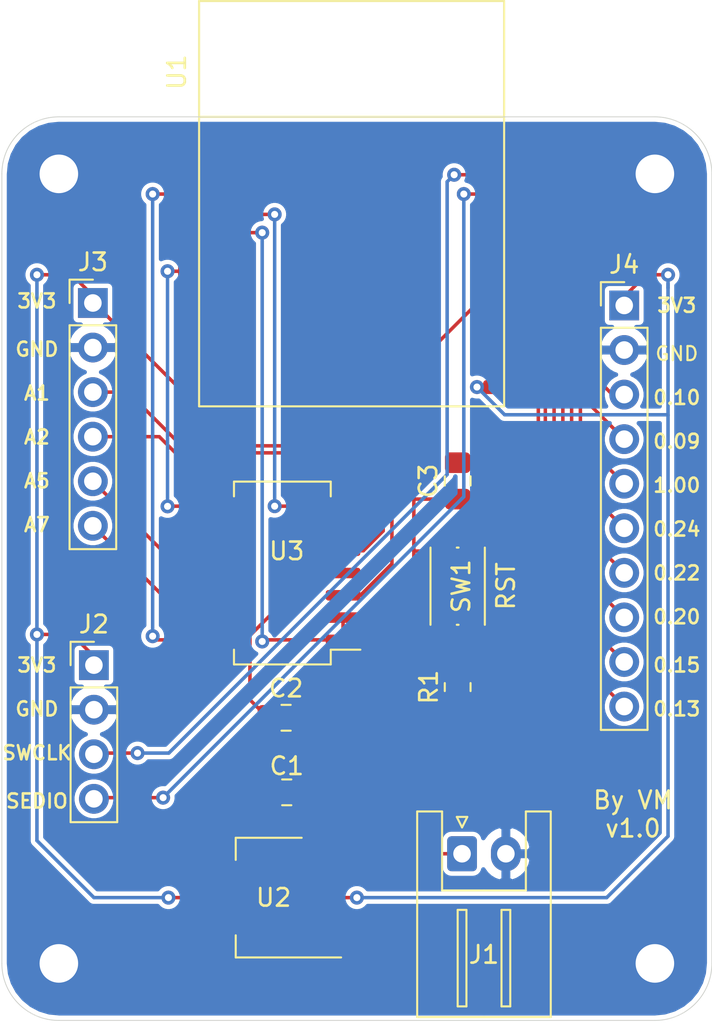
<source format=kicad_pcb>
(kicad_pcb (version 20171130) (host pcbnew "(5.1.9-0-10_14)")

  (general
    (thickness 1.6)
    (drawings 30)
    (tracks 178)
    (zones 0)
    (modules 16)
    (nets 32)
  )

  (page A4)
  (layers
    (0 F.Cu signal)
    (31 B.Cu signal)
    (32 B.Adhes user hide)
    (33 F.Adhes user hide)
    (34 B.Paste user hide)
    (35 F.Paste user hide)
    (36 B.SilkS user)
    (37 F.SilkS user)
    (38 B.Mask user)
    (39 F.Mask user)
    (40 Dwgs.User user)
    (41 Cmts.User user hide)
    (42 Eco1.User user hide)
    (43 Eco2.User user hide)
    (44 Edge.Cuts user)
    (45 Margin user hide)
    (46 B.CrtYd user hide)
    (47 F.CrtYd user hide)
    (48 B.Fab user hide)
    (49 F.Fab user hide)
  )

  (setup
    (last_trace_width 0.2)
    (trace_clearance 0.2)
    (zone_clearance 0.254)
    (zone_45_only no)
    (trace_min 0.2)
    (via_size 0.8)
    (via_drill 0.4)
    (via_min_size 0.4)
    (via_min_drill 0.3)
    (uvia_size 0.3)
    (uvia_drill 0.1)
    (uvias_allowed no)
    (uvia_min_size 0.2)
    (uvia_min_drill 0.1)
    (edge_width 0.05)
    (segment_width 0.2)
    (pcb_text_width 0.3)
    (pcb_text_size 1.5 1.5)
    (mod_edge_width 0.12)
    (mod_text_size 1 1)
    (mod_text_width 0.15)
    (pad_size 4.4 4.4)
    (pad_drill 2.2)
    (pad_to_mask_clearance 0)
    (aux_axis_origin 0 0)
    (visible_elements FFFFFF7F)
    (pcbplotparams
      (layerselection 0x010fc_ffffffff)
      (usegerberextensions false)
      (usegerberattributes true)
      (usegerberadvancedattributes true)
      (creategerberjobfile true)
      (excludeedgelayer true)
      (linewidth 0.100000)
      (plotframeref false)
      (viasonmask false)
      (mode 1)
      (useauxorigin false)
      (hpglpennumber 1)
      (hpglpenspeed 20)
      (hpglpendiameter 15.000000)
      (psnegative false)
      (psa4output false)
      (plotreference true)
      (plotvalue true)
      (plotinvisibletext false)
      (padsonsilk false)
      (subtractmaskfromsilk false)
      (outputformat 1)
      (mirror false)
      (drillshape 0)
      (scaleselection 1)
      (outputdirectory ""))
  )

  (net 0 "")
  (net 1 GND)
  (net 2 +3V3)
  (net 3 VCC)
  (net 4 /ANA_3)
  (net 5 /ANA_2)
  (net 6 /ANA_1)
  (net 7 /ANA_0)
  (net 8 "Net-(U1-Pad27)")
  (net 9 "Net-(U1-Pad26)")
  (net 10 "Net-(U1-Pad12)")
  (net 11 "Net-(U1-Pad11)")
  (net 12 "Net-(U1-Pad10)")
  (net 13 "Net-(U1-Pad9)")
  (net 14 "Net-(U1-Pad7)")
  (net 15 "Net-(U1-Pad3)")
  (net 16 "Net-(U1-Pad2)")
  (net 17 /ADC_3)
  (net 18 /ADC_2)
  (net 19 /ADC_1)
  (net 20 /ADC_0)
  (net 21 /SEDIO)
  (net 22 /SWCLK)
  (net 23 /P0.13)
  (net 24 /P0.15)
  (net 25 /P0.20)
  (net 26 /P0.22)
  (net 27 /P0.24)
  (net 28 /P1.00)
  (net 29 /P0.10)
  (net 30 /P0.09)
  (net 31 /~RST)

  (net_class Default "This is the default net class."
    (clearance 0.2)
    (trace_width 0.2)
    (via_dia 0.8)
    (via_drill 0.4)
    (uvia_dia 0.3)
    (uvia_drill 0.1)
    (add_net +3V3)
    (add_net /ADC_0)
    (add_net /ADC_1)
    (add_net /ADC_2)
    (add_net /ADC_3)
    (add_net /ANA_0)
    (add_net /ANA_1)
    (add_net /ANA_2)
    (add_net /ANA_3)
    (add_net /P0.09)
    (add_net /P0.10)
    (add_net /P0.13)
    (add_net /P0.15)
    (add_net /P0.20)
    (add_net /P0.22)
    (add_net /P0.24)
    (add_net /P1.00)
    (add_net /SEDIO)
    (add_net /SWCLK)
    (add_net /~RST)
    (add_net GND)
    (add_net "Net-(U1-Pad10)")
    (add_net "Net-(U1-Pad11)")
    (add_net "Net-(U1-Pad12)")
    (add_net "Net-(U1-Pad2)")
    (add_net "Net-(U1-Pad26)")
    (add_net "Net-(U1-Pad27)")
    (add_net "Net-(U1-Pad3)")
    (add_net "Net-(U1-Pad7)")
    (add_net "Net-(U1-Pad9)")
    (add_net VCC)
  )

  (module MS88SF2:MS88SF2 (layer F.Cu) (tedit 60490495) (tstamp 60498401)
    (at 47 52.25)
    (path /60490EF4)
    (fp_text reference U1 (at -1.27 -19.05 90) (layer F.SilkS)
      (effects (font (size 1 1) (thickness 0.15)))
    )
    (fp_text value NRF52840_MS88SF2 (at 8.89 -2.54) (layer F.Fab)
      (effects (font (size 1 1) (thickness 0.15)))
    )
    (fp_line (start 0 -16.5) (end 17.4 -16.5) (layer F.SilkS) (width 0.12))
    (fp_line (start 17.4 -23.1) (end 0 -23.1) (layer F.SilkS) (width 0.12))
    (fp_line (start 17.4 0) (end 17.4 -23.1) (layer F.SilkS) (width 0.12))
    (fp_line (start 0 0) (end 17.4 0) (layer F.SilkS) (width 0.12))
    (fp_line (start 0 0) (end 0 -23.1) (layer F.SilkS) (width 0.12))
    (pad 28 smd roundrect (at 17.4 -1.1) (size 2.4 0.8) (layers F.Cu F.Paste F.Mask) (roundrect_rratio 0.25)
      (net 2 +3V3))
    (pad 27 smd roundrect (at 17.4 -2.2) (size 2.4 0.8) (layers F.Cu F.Paste F.Mask) (roundrect_rratio 0.25)
      (net 8 "Net-(U1-Pad27)"))
    (pad 26 smd roundrect (at 17.4 -3.3) (size 2.4 0.8) (layers F.Cu F.Paste F.Mask) (roundrect_rratio 0.25)
      (net 9 "Net-(U1-Pad26)"))
    (pad 25 smd roundrect (at 17.4 -4.4) (size 2.4 0.8) (layers F.Cu F.Paste F.Mask) (roundrect_rratio 0.25)
      (net 23 /P0.13))
    (pad 24 smd roundrect (at 17.4 -5.5) (size 2.4 0.8) (layers F.Cu F.Paste F.Mask) (roundrect_rratio 0.25)
      (net 24 /P0.15))
    (pad 23 smd roundrect (at 17.4 -6.6) (size 2.4 0.8) (layers F.Cu F.Paste F.Mask) (roundrect_rratio 0.25)
      (net 31 /~RST))
    (pad 22 smd roundrect (at 17.4 -7.7) (size 2.4 0.8) (layers F.Cu F.Paste F.Mask) (roundrect_rratio 0.25)
      (net 25 /P0.20))
    (pad 21 smd roundrect (at 17.4 -8.8) (size 2.4 0.8) (layers F.Cu F.Paste F.Mask) (roundrect_rratio 0.25)
      (net 26 /P0.22))
    (pad 20 smd roundrect (at 17.4 -9.9) (size 2.4 0.8) (layers F.Cu F.Paste F.Mask) (roundrect_rratio 0.25)
      (net 27 /P0.24))
    (pad 19 smd roundrect (at 17.4 -11) (size 2.4 0.8) (layers F.Cu F.Paste F.Mask) (roundrect_rratio 0.25)
      (net 28 /P1.00))
    (pad 18 smd roundrect (at 17.4 -12.1) (size 2.4 0.8) (layers F.Cu F.Paste F.Mask) (roundrect_rratio 0.25)
      (net 21 /SEDIO))
    (pad 17 smd roundrect (at 17.4 -13.2) (size 2.4 0.8) (layers F.Cu F.Paste F.Mask) (roundrect_rratio 0.25)
      (net 22 /SWCLK))
    (pad 16 smd roundrect (at 17.4 -14.3) (size 2.4 0.8) (layers F.Cu F.Paste F.Mask) (roundrect_rratio 0.25)
      (net 30 /P0.09))
    (pad 15 smd roundrect (at 17.4 -15.4) (size 2.4 0.8) (layers F.Cu F.Paste F.Mask) (roundrect_rratio 0.25)
      (net 29 /P0.10))
    (pad 14 smd roundrect (at 0 -1.1) (size 2.4 0.8) (layers F.Cu F.Paste F.Mask) (roundrect_rratio 0.25)
      (net 2 +3V3))
    (pad 13 smd roundrect (at 0 -2.2) (size 2.4 0.8) (layers F.Cu F.Paste F.Mask) (roundrect_rratio 0.25)
      (net 1 GND))
    (pad 12 smd roundrect (at 0 -3.3) (size 2.4 0.8) (layers F.Cu F.Paste F.Mask) (roundrect_rratio 0.25)
      (net 10 "Net-(U1-Pad12)"))
    (pad 11 smd roundrect (at 0 -4.4) (size 2.4 0.8) (layers F.Cu F.Paste F.Mask) (roundrect_rratio 0.25)
      (net 11 "Net-(U1-Pad11)"))
    (pad 10 smd roundrect (at 0 -5.5) (size 2.4 0.8) (layers F.Cu F.Paste F.Mask) (roundrect_rratio 0.25)
      (net 12 "Net-(U1-Pad10)"))
    (pad 9 smd roundrect (at 0 -6.6) (size 2.4 0.8) (layers F.Cu F.Paste F.Mask) (roundrect_rratio 0.25)
      (net 13 "Net-(U1-Pad9)"))
    (pad 8 smd roundrect (at 0 -7.7) (size 2.4 0.8) (layers F.Cu F.Paste F.Mask) (roundrect_rratio 0.25)
      (net 19 /ADC_1))
    (pad 7 smd roundrect (at 0 -8.8) (size 2.4 0.8) (layers F.Cu F.Paste F.Mask) (roundrect_rratio 0.25)
      (net 14 "Net-(U1-Pad7)"))
    (pad 6 smd roundrect (at 0 -9.9) (size 2.4 0.8) (layers F.Cu F.Paste F.Mask) (roundrect_rratio 0.25)
      (net 17 /ADC_3))
    (pad 5 smd roundrect (at 0 -11) (size 2.4 0.8) (layers F.Cu F.Paste F.Mask) (roundrect_rratio 0.25)
      (net 18 /ADC_2))
    (pad 4 smd roundrect (at 0 -12.1) (size 2.4 0.8) (layers F.Cu F.Paste F.Mask) (roundrect_rratio 0.25)
      (net 20 /ADC_0))
    (pad 3 smd roundrect (at 0 -13.2) (size 2.4 0.8) (layers F.Cu F.Paste F.Mask) (roundrect_rratio 0.25)
      (net 15 "Net-(U1-Pad3)"))
    (pad 2 smd roundrect (at 0 -14.3) (size 2.4 0.8) (layers F.Cu F.Paste F.Mask) (roundrect_rratio 0.25)
      (net 16 "Net-(U1-Pad2)"))
    (pad 1 smd roundrect (at 0 -15.4) (size 2.4 0.8) (layers F.Cu F.Paste F.Mask) (roundrect_rratio 0.25)
      (net 1 GND))
  )

  (module MountingHole:MountingHole_2.2mm_M2_Pad (layer F.Cu) (tedit 60561954) (tstamp 6053B739)
    (at 39 39)
    (descr "Mounting Hole 2.2mm, M2")
    (tags "mounting hole 2.2mm m2")
    (path /6053F099)
    (attr virtual)
    (fp_text reference H1 (at 0 -3.2) (layer F.Fab)
      (effects (font (size 1 1) (thickness 0.15)))
    )
    (fp_text value "2.2mm for M2" (at 0 3.2) (layer F.Fab)
      (effects (font (size 1 1) (thickness 0.15)))
    )
    (fp_circle (center 0 0) (end 2.2 0) (layer Cmts.User) (width 0.15))
    (fp_circle (center 0 0) (end 2.45 0) (layer F.CrtYd) (width 0.05))
    (fp_text user %R (at 0.3 0) (layer F.Fab)
      (effects (font (size 1 1) (thickness 0.15)))
    )
    (pad 1 thru_hole circle (at 0 0) (size 4.4 4.4) (drill 2.2) (layers *.Cu *.Mask)
      (net 1 GND) (zone_connect 2))
  )

  (module Connector_PinHeader_2.54mm:PinHeader_1x06_P2.54mm_Vertical (layer F.Cu) (tedit 59FED5CC) (tstamp 604983DC)
    (at 40.941 46.359)
    (descr "Through hole straight pin header, 1x06, 2.54mm pitch, single row")
    (tags "Through hole pin header THT 1x06 2.54mm single row")
    (path /604F0682)
    (fp_text reference J3 (at 0 -2.33) (layer F.SilkS)
      (effects (font (size 1 1) (thickness 0.15)))
    )
    (fp_text value Conn_01x06 (at 0 15.03) (layer F.Fab)
      (effects (font (size 1 1) (thickness 0.15)))
    )
    (fp_line (start -0.635 -1.27) (end 1.27 -1.27) (layer F.Fab) (width 0.1))
    (fp_line (start 1.27 -1.27) (end 1.27 13.97) (layer F.Fab) (width 0.1))
    (fp_line (start 1.27 13.97) (end -1.27 13.97) (layer F.Fab) (width 0.1))
    (fp_line (start -1.27 13.97) (end -1.27 -0.635) (layer F.Fab) (width 0.1))
    (fp_line (start -1.27 -0.635) (end -0.635 -1.27) (layer F.Fab) (width 0.1))
    (fp_line (start -1.33 14.03) (end 1.33 14.03) (layer F.SilkS) (width 0.12))
    (fp_line (start -1.33 1.27) (end -1.33 14.03) (layer F.SilkS) (width 0.12))
    (fp_line (start 1.33 1.27) (end 1.33 14.03) (layer F.SilkS) (width 0.12))
    (fp_line (start -1.33 1.27) (end 1.33 1.27) (layer F.SilkS) (width 0.12))
    (fp_line (start -1.33 0) (end -1.33 -1.33) (layer F.SilkS) (width 0.12))
    (fp_line (start -1.33 -1.33) (end 0 -1.33) (layer F.SilkS) (width 0.12))
    (fp_line (start -1.8 -1.8) (end -1.8 14.5) (layer F.CrtYd) (width 0.05))
    (fp_line (start -1.8 14.5) (end 1.8 14.5) (layer F.CrtYd) (width 0.05))
    (fp_line (start 1.8 14.5) (end 1.8 -1.8) (layer F.CrtYd) (width 0.05))
    (fp_line (start 1.8 -1.8) (end -1.8 -1.8) (layer F.CrtYd) (width 0.05))
    (fp_text user %R (at 0 6.35 90) (layer F.Fab)
      (effects (font (size 1 1) (thickness 0.15)))
    )
    (pad 6 thru_hole oval (at 0 12.7) (size 1.7 1.7) (drill 1) (layers *.Cu *.Mask)
      (net 4 /ANA_3))
    (pad 5 thru_hole oval (at 0 10.16) (size 1.7 1.7) (drill 1) (layers *.Cu *.Mask)
      (net 5 /ANA_2))
    (pad 4 thru_hole oval (at 0 7.62) (size 1.7 1.7) (drill 1) (layers *.Cu *.Mask)
      (net 6 /ANA_1))
    (pad 3 thru_hole oval (at 0 5.08) (size 1.7 1.7) (drill 1) (layers *.Cu *.Mask)
      (net 7 /ANA_0))
    (pad 2 thru_hole oval (at 0 2.54) (size 1.7 1.7) (drill 1) (layers *.Cu *.Mask)
      (net 1 GND))
    (pad 1 thru_hole rect (at 0 0) (size 1.7 1.7) (drill 1) (layers *.Cu *.Mask)
      (net 2 +3V3))
    (model ${KISYS3DMOD}/Connector_PinHeader_2.54mm.3dshapes/PinHeader_1x06_P2.54mm_Vertical.wrl
      (at (xyz 0 0 0))
      (scale (xyz 1 1 1))
      (rotate (xyz 0 0 0))
    )
  )

  (module Button_Switch_SMD:SW_Push_1P1T_NO_CK_KMR2 (layer F.Cu) (tedit 5A02FC95) (tstamp 6055E145)
    (at 61.75 62.5 90)
    (descr "CK components KMR2 tactile switch http://www.ckswitches.com/media/1479/kmr2.pdf")
    (tags "tactile switch kmr2")
    (path /6056D422)
    (attr smd)
    (fp_text reference SW1 (at 0 0.2 270) (layer F.SilkS)
      (effects (font (size 1 1) (thickness 0.15)))
    )
    (fp_text value SW_Push (at 0 2.55 90) (layer F.Fab)
      (effects (font (size 1 1) (thickness 0.15)))
    )
    (fp_line (start -2.1 -1.4) (end 2.1 -1.4) (layer F.Fab) (width 0.1))
    (fp_line (start 2.1 -1.4) (end 2.1 1.4) (layer F.Fab) (width 0.1))
    (fp_line (start 2.1 1.4) (end -2.1 1.4) (layer F.Fab) (width 0.1))
    (fp_line (start -2.1 1.4) (end -2.1 -1.4) (layer F.Fab) (width 0.1))
    (fp_line (start 2.2 0.05) (end 2.2 -0.05) (layer F.SilkS) (width 0.12))
    (fp_line (start -2.8 -1.8) (end 2.8 -1.8) (layer F.CrtYd) (width 0.05))
    (fp_line (start 2.8 -1.8) (end 2.8 1.8) (layer F.CrtYd) (width 0.05))
    (fp_line (start 2.8 1.8) (end -2.8 1.8) (layer F.CrtYd) (width 0.05))
    (fp_line (start -2.8 1.8) (end -2.8 -1.8) (layer F.CrtYd) (width 0.05))
    (fp_circle (center 0 0) (end 0 0.8) (layer F.Fab) (width 0.1))
    (fp_line (start -2.2 1.55) (end 2.2 1.55) (layer F.SilkS) (width 0.12))
    (fp_line (start 2.2 -1.55) (end -2.2 -1.55) (layer F.SilkS) (width 0.12))
    (fp_line (start -2.2 0.05) (end -2.2 -0.05) (layer F.SilkS) (width 0.12))
    (fp_text user %R (at 0 -2.45 90) (layer F.Fab)
      (effects (font (size 1 1) (thickness 0.15)))
    )
    (pad 2 smd rect (at 2.05 0.8 90) (size 0.9 1) (layers F.Cu F.Paste F.Mask)
      (net 1 GND))
    (pad 1 smd rect (at 2.05 -0.8 90) (size 0.9 1) (layers F.Cu F.Paste F.Mask)
      (net 31 /~RST))
    (pad 2 smd rect (at -2.05 0.8 90) (size 0.9 1) (layers F.Cu F.Paste F.Mask)
      (net 1 GND))
    (pad 1 smd rect (at -2.05 -0.8 90) (size 0.9 1) (layers F.Cu F.Paste F.Mask)
      (net 31 /~RST))
    (model ${KISYS3DMOD}/Button_Switch_SMD.3dshapes/SW_Push_1P1T_NO_CK_KMR2.wrl
      (at (xyz 0 0 0))
      (scale (xyz 1 1 1))
      (rotate (xyz 0 0 0))
    )
  )

  (module Resistor_SMD:R_0805_2012Metric_Pad1.20x1.40mm_HandSolder (layer F.Cu) (tedit 5F68FEEE) (tstamp 6055E12F)
    (at 61.75 68.25 90)
    (descr "Resistor SMD 0805 (2012 Metric), square (rectangular) end terminal, IPC_7351 nominal with elongated pad for handsoldering. (Body size source: IPC-SM-782 page 72, https://www.pcb-3d.com/wordpress/wp-content/uploads/ipc-sm-782a_amendment_1_and_2.pdf), generated with kicad-footprint-generator")
    (tags "resistor handsolder")
    (path /60562E71)
    (attr smd)
    (fp_text reference R1 (at 0 -1.65 90) (layer F.SilkS)
      (effects (font (size 1 1) (thickness 0.15)))
    )
    (fp_text value 10K (at 0 1.65 90) (layer F.Fab)
      (effects (font (size 1 1) (thickness 0.15)))
    )
    (fp_line (start -1 0.625) (end -1 -0.625) (layer F.Fab) (width 0.1))
    (fp_line (start -1 -0.625) (end 1 -0.625) (layer F.Fab) (width 0.1))
    (fp_line (start 1 -0.625) (end 1 0.625) (layer F.Fab) (width 0.1))
    (fp_line (start 1 0.625) (end -1 0.625) (layer F.Fab) (width 0.1))
    (fp_line (start -0.227064 -0.735) (end 0.227064 -0.735) (layer F.SilkS) (width 0.12))
    (fp_line (start -0.227064 0.735) (end 0.227064 0.735) (layer F.SilkS) (width 0.12))
    (fp_line (start -1.85 0.95) (end -1.85 -0.95) (layer F.CrtYd) (width 0.05))
    (fp_line (start -1.85 -0.95) (end 1.85 -0.95) (layer F.CrtYd) (width 0.05))
    (fp_line (start 1.85 -0.95) (end 1.85 0.95) (layer F.CrtYd) (width 0.05))
    (fp_line (start 1.85 0.95) (end -1.85 0.95) (layer F.CrtYd) (width 0.05))
    (fp_text user %R (at 0 0 90) (layer F.Fab)
      (effects (font (size 0.5 0.5) (thickness 0.08)))
    )
    (pad 2 smd roundrect (at 1 0 90) (size 1.2 1.4) (layers F.Cu F.Paste F.Mask) (roundrect_rratio 0.2083325)
      (net 31 /~RST))
    (pad 1 smd roundrect (at -1 0 90) (size 1.2 1.4) (layers F.Cu F.Paste F.Mask) (roundrect_rratio 0.2083325)
      (net 2 +3V3))
    (model ${KISYS3DMOD}/Resistor_SMD.3dshapes/R_0805_2012Metric.wrl
      (at (xyz 0 0 0))
      (scale (xyz 1 1 1))
      (rotate (xyz 0 0 0))
    )
  )

  (module Capacitor_SMD:C_0805_2012Metric_Pad1.18x1.45mm_HandSolder (layer F.Cu) (tedit 5F68FEEF) (tstamp 6055DFF6)
    (at 61.75 56.5 90)
    (descr "Capacitor SMD 0805 (2012 Metric), square (rectangular) end terminal, IPC_7351 nominal with elongated pad for handsoldering. (Body size source: IPC-SM-782 page 76, https://www.pcb-3d.com/wordpress/wp-content/uploads/ipc-sm-782a_amendment_1_and_2.pdf, https://docs.google.com/spreadsheets/d/1BsfQQcO9C6DZCsRaXUlFlo91Tg2WpOkGARC1WS5S8t0/edit?usp=sharing), generated with kicad-footprint-generator")
    (tags "capacitor handsolder")
    (path /605635BF)
    (attr smd)
    (fp_text reference C3 (at 0 -1.68 90) (layer F.SilkS)
      (effects (font (size 1 1) (thickness 0.15)))
    )
    (fp_text value "100 nF" (at 0 1.68 90) (layer F.Fab)
      (effects (font (size 1 1) (thickness 0.15)))
    )
    (fp_line (start -1 0.625) (end -1 -0.625) (layer F.Fab) (width 0.1))
    (fp_line (start -1 -0.625) (end 1 -0.625) (layer F.Fab) (width 0.1))
    (fp_line (start 1 -0.625) (end 1 0.625) (layer F.Fab) (width 0.1))
    (fp_line (start 1 0.625) (end -1 0.625) (layer F.Fab) (width 0.1))
    (fp_line (start -0.261252 -0.735) (end 0.261252 -0.735) (layer F.SilkS) (width 0.12))
    (fp_line (start -0.261252 0.735) (end 0.261252 0.735) (layer F.SilkS) (width 0.12))
    (fp_line (start -1.88 0.98) (end -1.88 -0.98) (layer F.CrtYd) (width 0.05))
    (fp_line (start -1.88 -0.98) (end 1.88 -0.98) (layer F.CrtYd) (width 0.05))
    (fp_line (start 1.88 -0.98) (end 1.88 0.98) (layer F.CrtYd) (width 0.05))
    (fp_line (start 1.88 0.98) (end -1.88 0.98) (layer F.CrtYd) (width 0.05))
    (fp_text user %R (at 0 0 90) (layer F.Fab)
      (effects (font (size 0.5 0.5) (thickness 0.08)))
    )
    (pad 2 smd roundrect (at 1.0375 0 90) (size 1.175 1.45) (layers F.Cu F.Paste F.Mask) (roundrect_rratio 0.2127659574468085)
      (net 1 GND))
    (pad 1 smd roundrect (at -1.0375 0 90) (size 1.175 1.45) (layers F.Cu F.Paste F.Mask) (roundrect_rratio 0.2127659574468085)
      (net 31 /~RST))
    (model ${KISYS3DMOD}/Capacitor_SMD.3dshapes/C_0805_2012Metric.wrl
      (at (xyz 0 0 0))
      (scale (xyz 1 1 1))
      (rotate (xyz 0 0 0))
    )
  )

  (module MountingHole:MountingHole_2.2mm_M2_Pad (layer F.Cu) (tedit 60561B44) (tstamp 6053B751)
    (at 73 84)
    (descr "Mounting Hole 2.2mm, M2")
    (tags "mounting hole 2.2mm m2")
    (path /6055760C)
    (attr virtual)
    (fp_text reference H4 (at 0 -3.2) (layer F.Fab)
      (effects (font (size 1 1) (thickness 0.15)))
    )
    (fp_text value "2.2mm for M2" (at 0 3.2) (layer F.Fab)
      (effects (font (size 1 1) (thickness 0.15)))
    )
    (fp_circle (center 0 0) (end 2.45 0) (layer F.CrtYd) (width 0.05))
    (fp_circle (center 0 0) (end 2.2 0) (layer Cmts.User) (width 0.15))
    (fp_text user %R (at 0.3 0) (layer F.Fab)
      (effects (font (size 1 1) (thickness 0.15)))
    )
    (pad 1 thru_hole circle (at 0 0) (size 4.4 4.4) (drill 2.2) (layers *.Cu *.Mask)
      (net 1 GND) (zone_connect 2))
  )

  (module MountingHole:MountingHole_2.2mm_M2_Pad (layer F.Cu) (tedit 60561B4E) (tstamp 6053B749)
    (at 39 84)
    (descr "Mounting Hole 2.2mm, M2")
    (tags "mounting hole 2.2mm m2")
    (path /605549B6)
    (attr virtual)
    (fp_text reference H3 (at 0 -3.2) (layer F.Fab)
      (effects (font (size 1 1) (thickness 0.15)))
    )
    (fp_text value "2.2mm for M2" (at 0 3.2) (layer F.Fab)
      (effects (font (size 1 1) (thickness 0.15)))
    )
    (fp_circle (center 0 0) (end 2.2 0) (layer Cmts.User) (width 0.15))
    (fp_circle (center 0 0) (end 2.45 0) (layer F.CrtYd) (width 0.05))
    (fp_text user %R (at 0.3 0) (layer F.Fab)
      (effects (font (size 1 1) (thickness 0.15)))
    )
    (pad 1 thru_hole circle (at 0 0) (size 4.4 4.4) (drill 2.2) (layers *.Cu *.Mask)
      (net 1 GND) (zone_connect 2))
  )

  (module MountingHole:MountingHole_2.2mm_M2_Pad (layer F.Cu) (tedit 60561B2A) (tstamp 6053B741)
    (at 73 39)
    (descr "Mounting Hole 2.2mm, M2")
    (tags "mounting hole 2.2mm m2")
    (path /60551DC6)
    (attr virtual)
    (fp_text reference H2 (at 0 -3.2) (layer F.Fab)
      (effects (font (size 1 1) (thickness 0.15)))
    )
    (fp_text value "2.2mm for M2" (at 0 3.2) (layer F.Fab)
      (effects (font (size 1 1) (thickness 0.15)))
    )
    (fp_circle (center 0 0) (end 2.2 0) (layer Cmts.User) (width 0.15))
    (fp_circle (center 0 0) (end 2.45 0) (layer F.CrtYd) (width 0.05))
    (fp_text user %R (at 0.3 0) (layer F.Fab)
      (effects (font (size 1 1) (thickness 0.15)))
    )
    (pad 1 thru_hole circle (at 0 0) (size 4.4 4.4) (drill 2.2) (layers *.Cu *.Mask)
      (net 1 GND) (zone_connect 2))
  )

  (module Connector_PinHeader_2.54mm:PinHeader_1x10_P2.54mm_Vertical (layer F.Cu) (tedit 59FED5CC) (tstamp 6052686F)
    (at 71.25 46.5)
    (descr "Through hole straight pin header, 1x10, 2.54mm pitch, single row")
    (tags "Through hole pin header THT 1x10 2.54mm single row")
    (path /6054CB89)
    (fp_text reference J4 (at 0 -2.33) (layer F.SilkS)
      (effects (font (size 1 1) (thickness 0.15)))
    )
    (fp_text value Conn_01x10 (at 0 25.19) (layer F.Fab)
      (effects (font (size 1 1) (thickness 0.15)))
    )
    (fp_line (start -0.635 -1.27) (end 1.27 -1.27) (layer F.Fab) (width 0.1))
    (fp_line (start 1.27 -1.27) (end 1.27 24.13) (layer F.Fab) (width 0.1))
    (fp_line (start 1.27 24.13) (end -1.27 24.13) (layer F.Fab) (width 0.1))
    (fp_line (start -1.27 24.13) (end -1.27 -0.635) (layer F.Fab) (width 0.1))
    (fp_line (start -1.27 -0.635) (end -0.635 -1.27) (layer F.Fab) (width 0.1))
    (fp_line (start -1.33 24.19) (end 1.33 24.19) (layer F.SilkS) (width 0.12))
    (fp_line (start -1.33 1.27) (end -1.33 24.19) (layer F.SilkS) (width 0.12))
    (fp_line (start 1.33 1.27) (end 1.33 24.19) (layer F.SilkS) (width 0.12))
    (fp_line (start -1.33 1.27) (end 1.33 1.27) (layer F.SilkS) (width 0.12))
    (fp_line (start -1.33 0) (end -1.33 -1.33) (layer F.SilkS) (width 0.12))
    (fp_line (start -1.33 -1.33) (end 0 -1.33) (layer F.SilkS) (width 0.12))
    (fp_line (start -1.8 -1.8) (end -1.8 24.65) (layer F.CrtYd) (width 0.05))
    (fp_line (start -1.8 24.65) (end 1.8 24.65) (layer F.CrtYd) (width 0.05))
    (fp_line (start 1.8 24.65) (end 1.8 -1.8) (layer F.CrtYd) (width 0.05))
    (fp_line (start 1.8 -1.8) (end -1.8 -1.8) (layer F.CrtYd) (width 0.05))
    (fp_text user %R (at 0 11.43 90) (layer F.Fab)
      (effects (font (size 1 1) (thickness 0.15)))
    )
    (pad 10 thru_hole oval (at 0 22.86) (size 1.7 1.7) (drill 1) (layers *.Cu *.Mask)
      (net 23 /P0.13))
    (pad 9 thru_hole oval (at 0 20.32) (size 1.7 1.7) (drill 1) (layers *.Cu *.Mask)
      (net 24 /P0.15))
    (pad 8 thru_hole oval (at 0 17.78) (size 1.7 1.7) (drill 1) (layers *.Cu *.Mask)
      (net 25 /P0.20))
    (pad 7 thru_hole oval (at 0 15.24) (size 1.7 1.7) (drill 1) (layers *.Cu *.Mask)
      (net 26 /P0.22))
    (pad 6 thru_hole oval (at 0 12.7) (size 1.7 1.7) (drill 1) (layers *.Cu *.Mask)
      (net 27 /P0.24))
    (pad 5 thru_hole oval (at 0 10.16) (size 1.7 1.7) (drill 1) (layers *.Cu *.Mask)
      (net 28 /P1.00))
    (pad 4 thru_hole oval (at 0 7.62) (size 1.7 1.7) (drill 1) (layers *.Cu *.Mask)
      (net 30 /P0.09))
    (pad 3 thru_hole oval (at 0 5.08) (size 1.7 1.7) (drill 1) (layers *.Cu *.Mask)
      (net 29 /P0.10))
    (pad 2 thru_hole oval (at 0 2.54) (size 1.7 1.7) (drill 1) (layers *.Cu *.Mask)
      (net 1 GND))
    (pad 1 thru_hole rect (at 0 0) (size 1.7 1.7) (drill 1) (layers *.Cu *.Mask)
      (net 2 +3V3))
    (model ${KISYS3DMOD}/Connector_PinHeader_2.54mm.3dshapes/PinHeader_1x10_P2.54mm_Vertical.wrl
      (at (xyz 0 0 0))
      (scale (xyz 1 1 1))
      (rotate (xyz 0 0 0))
    )
  )

  (module Capacitor_SMD:C_0805_2012Metric_Pad1.18x1.45mm_HandSolder (layer F.Cu) (tedit 5F68FEEF) (tstamp 60498C07)
    (at 51.9625 70)
    (descr "Capacitor SMD 0805 (2012 Metric), square (rectangular) end terminal, IPC_7351 nominal with elongated pad for handsoldering. (Body size source: IPC-SM-782 page 76, https://www.pcb-3d.com/wordpress/wp-content/uploads/ipc-sm-782a_amendment_1_and_2.pdf, https://docs.google.com/spreadsheets/d/1BsfQQcO9C6DZCsRaXUlFlo91Tg2WpOkGARC1WS5S8t0/edit?usp=sharing), generated with kicad-footprint-generator")
    (tags "capacitor handsolder")
    (path /604B96CC)
    (attr smd)
    (fp_text reference C2 (at 0 -1.68) (layer F.SilkS)
      (effects (font (size 1 1) (thickness 0.15)))
    )
    (fp_text value "100 nF" (at 0 1.68) (layer F.Fab)
      (effects (font (size 1 1) (thickness 0.15)))
    )
    (fp_line (start 1.88 0.98) (end -1.88 0.98) (layer F.CrtYd) (width 0.05))
    (fp_line (start 1.88 -0.98) (end 1.88 0.98) (layer F.CrtYd) (width 0.05))
    (fp_line (start -1.88 -0.98) (end 1.88 -0.98) (layer F.CrtYd) (width 0.05))
    (fp_line (start -1.88 0.98) (end -1.88 -0.98) (layer F.CrtYd) (width 0.05))
    (fp_line (start -0.261252 0.735) (end 0.261252 0.735) (layer F.SilkS) (width 0.12))
    (fp_line (start -0.261252 -0.735) (end 0.261252 -0.735) (layer F.SilkS) (width 0.12))
    (fp_line (start 1 0.625) (end -1 0.625) (layer F.Fab) (width 0.1))
    (fp_line (start 1 -0.625) (end 1 0.625) (layer F.Fab) (width 0.1))
    (fp_line (start -1 -0.625) (end 1 -0.625) (layer F.Fab) (width 0.1))
    (fp_line (start -1 0.625) (end -1 -0.625) (layer F.Fab) (width 0.1))
    (fp_text user %R (at 0 0 180) (layer F.Fab)
      (effects (font (size 0.5 0.5) (thickness 0.08)))
    )
    (pad 2 smd roundrect (at 1.0375 0) (size 1.175 1.45) (layers F.Cu F.Paste F.Mask) (roundrect_rratio 0.2127659574468085)
      (net 1 GND))
    (pad 1 smd roundrect (at -1.0375 0) (size 1.175 1.45) (layers F.Cu F.Paste F.Mask) (roundrect_rratio 0.2127659574468085)
      (net 2 +3V3))
    (model ${KISYS3DMOD}/Capacitor_SMD.3dshapes/C_0805_2012Metric.wrl
      (at (xyz 0 0 0))
      (scale (xyz 1 1 1))
      (rotate (xyz 0 0 0))
    )
  )

  (module Capacitor_SMD:C_0805_2012Metric_Pad1.18x1.45mm_HandSolder (layer F.Cu) (tedit 5F68FEEF) (tstamp 60498BF6)
    (at 52 74.25 180)
    (descr "Capacitor SMD 0805 (2012 Metric), square (rectangular) end terminal, IPC_7351 nominal with elongated pad for handsoldering. (Body size source: IPC-SM-782 page 76, https://www.pcb-3d.com/wordpress/wp-content/uploads/ipc-sm-782a_amendment_1_and_2.pdf, https://docs.google.com/spreadsheets/d/1BsfQQcO9C6DZCsRaXUlFlo91Tg2WpOkGARC1WS5S8t0/edit?usp=sharing), generated with kicad-footprint-generator")
    (tags "capacitor handsolder")
    (path /604D45F3)
    (attr smd)
    (fp_text reference C1 (at 0 1.5) (layer F.SilkS)
      (effects (font (size 1 1) (thickness 0.15)))
    )
    (fp_text value "100 nF" (at 0 1.68) (layer F.Fab)
      (effects (font (size 1 1) (thickness 0.15)))
    )
    (fp_line (start 1.88 0.98) (end -1.88 0.98) (layer F.CrtYd) (width 0.05))
    (fp_line (start 1.88 -0.98) (end 1.88 0.98) (layer F.CrtYd) (width 0.05))
    (fp_line (start -1.88 -0.98) (end 1.88 -0.98) (layer F.CrtYd) (width 0.05))
    (fp_line (start -1.88 0.98) (end -1.88 -0.98) (layer F.CrtYd) (width 0.05))
    (fp_line (start -0.261252 0.735) (end 0.261252 0.735) (layer F.SilkS) (width 0.12))
    (fp_line (start -0.261252 -0.735) (end 0.261252 -0.735) (layer F.SilkS) (width 0.12))
    (fp_line (start 1 0.625) (end -1 0.625) (layer F.Fab) (width 0.1))
    (fp_line (start 1 -0.625) (end 1 0.625) (layer F.Fab) (width 0.1))
    (fp_line (start -1 -0.625) (end 1 -0.625) (layer F.Fab) (width 0.1))
    (fp_line (start -1 0.625) (end -1 -0.625) (layer F.Fab) (width 0.1))
    (fp_text user %R (at 0 0) (layer F.Fab)
      (effects (font (size 0.5 0.5) (thickness 0.08)))
    )
    (pad 2 smd roundrect (at 1.0375 0 180) (size 1.175 1.45) (layers F.Cu F.Paste F.Mask) (roundrect_rratio 0.2127659574468085)
      (net 1 GND))
    (pad 1 smd roundrect (at -1.0375 0 180) (size 1.175 1.45) (layers F.Cu F.Paste F.Mask) (roundrect_rratio 0.2127659574468085)
      (net 3 VCC))
    (model ${KISYS3DMOD}/Capacitor_SMD.3dshapes/C_0805_2012Metric.wrl
      (at (xyz 0 0 0))
      (scale (xyz 1 1 1))
      (rotate (xyz 0 0 0))
    )
  )

  (module Package_TO_SOT_SMD:SOT-223-3_TabPin2 (layer F.Cu) (tedit 5A02FF57) (tstamp 6049843C)
    (at 51 80.25 180)
    (descr "module CMS SOT223 4 pins")
    (tags "CMS SOT")
    (path /604DA1E5)
    (attr smd)
    (fp_text reference U2 (at -0.25 0) (layer F.SilkS)
      (effects (font (size 1 1) (thickness 0.15)))
    )
    (fp_text value AMS1117-3.3 (at 0 4.5) (layer F.Fab)
      (effects (font (size 1 1) (thickness 0.15)))
    )
    (fp_line (start 1.91 3.41) (end 1.91 2.15) (layer F.SilkS) (width 0.12))
    (fp_line (start 1.91 -3.41) (end 1.91 -2.15) (layer F.SilkS) (width 0.12))
    (fp_line (start 4.4 -3.6) (end -4.4 -3.6) (layer F.CrtYd) (width 0.05))
    (fp_line (start 4.4 3.6) (end 4.4 -3.6) (layer F.CrtYd) (width 0.05))
    (fp_line (start -4.4 3.6) (end 4.4 3.6) (layer F.CrtYd) (width 0.05))
    (fp_line (start -4.4 -3.6) (end -4.4 3.6) (layer F.CrtYd) (width 0.05))
    (fp_line (start -1.85 -2.35) (end -0.85 -3.35) (layer F.Fab) (width 0.1))
    (fp_line (start -1.85 -2.35) (end -1.85 3.35) (layer F.Fab) (width 0.1))
    (fp_line (start -1.85 3.41) (end 1.91 3.41) (layer F.SilkS) (width 0.12))
    (fp_line (start -0.85 -3.35) (end 1.85 -3.35) (layer F.Fab) (width 0.1))
    (fp_line (start -4.1 -3.41) (end 1.91 -3.41) (layer F.SilkS) (width 0.12))
    (fp_line (start -1.85 3.35) (end 1.85 3.35) (layer F.Fab) (width 0.1))
    (fp_line (start 1.85 -3.35) (end 1.85 3.35) (layer F.Fab) (width 0.1))
    (fp_text user %R (at 0 0 90) (layer F.Fab)
      (effects (font (size 0.8 0.8) (thickness 0.12)))
    )
    (pad 1 smd rect (at -3.15 -2.3 180) (size 2 1.5) (layers F.Cu F.Paste F.Mask)
      (net 1 GND))
    (pad 3 smd rect (at -3.15 2.3 180) (size 2 1.5) (layers F.Cu F.Paste F.Mask)
      (net 3 VCC))
    (pad 2 smd rect (at -3.15 0 180) (size 2 1.5) (layers F.Cu F.Paste F.Mask)
      (net 2 +3V3))
    (pad 2 smd rect (at 3.15 0 180) (size 2 3.8) (layers F.Cu F.Paste F.Mask)
      (net 2 +3V3))
    (model ${KISYS3DMOD}/Package_TO_SOT_SMD.3dshapes/SOT-223.wrl
      (at (xyz 0 0 0))
      (scale (xyz 1 1 1))
      (rotate (xyz 0 0 0))
    )
  )

  (module Package_SO:SO-14_5.3x10.2mm_P1.27mm (layer F.Cu) (tedit 5EA5315B) (tstamp 60498426)
    (at 51.75 61.75 180)
    (descr "SO, 14 Pin (https://www.ti.com/lit/ml/msop002a/msop002a.pdf), generated with kicad-footprint-generator ipc_gullwing_generator.py")
    (tags "SO SO")
    (path /604AF7E6)
    (attr smd)
    (fp_text reference U3 (at -0.25 1.25) (layer F.SilkS)
      (effects (font (size 1 1) (thickness 0.15)))
    )
    (fp_text value LM2902 (at 0 6.05) (layer F.Fab)
      (effects (font (size 1 1) (thickness 0.15)))
    )
    (fp_line (start 0 5.21) (end 2.76 5.21) (layer F.SilkS) (width 0.12))
    (fp_line (start 2.76 5.21) (end 2.76 4.37) (layer F.SilkS) (width 0.12))
    (fp_line (start 0 5.21) (end -2.76 5.21) (layer F.SilkS) (width 0.12))
    (fp_line (start -2.76 5.21) (end -2.76 4.37) (layer F.SilkS) (width 0.12))
    (fp_line (start 0 -5.21) (end 2.76 -5.21) (layer F.SilkS) (width 0.12))
    (fp_line (start 2.76 -5.21) (end 2.76 -4.37) (layer F.SilkS) (width 0.12))
    (fp_line (start 0 -5.21) (end -2.76 -5.21) (layer F.SilkS) (width 0.12))
    (fp_line (start -2.76 -5.21) (end -2.76 -4.37) (layer F.SilkS) (width 0.12))
    (fp_line (start -2.76 -4.37) (end -4.45 -4.37) (layer F.SilkS) (width 0.12))
    (fp_line (start -1.65 -5.1) (end 2.65 -5.1) (layer F.Fab) (width 0.1))
    (fp_line (start 2.65 -5.1) (end 2.65 5.1) (layer F.Fab) (width 0.1))
    (fp_line (start 2.65 5.1) (end -2.65 5.1) (layer F.Fab) (width 0.1))
    (fp_line (start -2.65 5.1) (end -2.65 -4.1) (layer F.Fab) (width 0.1))
    (fp_line (start -2.65 -4.1) (end -1.65 -5.1) (layer F.Fab) (width 0.1))
    (fp_line (start -4.7 -5.35) (end -4.7 5.35) (layer F.CrtYd) (width 0.05))
    (fp_line (start -4.7 5.35) (end 4.7 5.35) (layer F.CrtYd) (width 0.05))
    (fp_line (start 4.7 5.35) (end 4.7 -5.35) (layer F.CrtYd) (width 0.05))
    (fp_line (start 4.7 -5.35) (end -4.7 -5.35) (layer F.CrtYd) (width 0.05))
    (fp_text user %R (at 0 0) (layer F.Fab)
      (effects (font (size 1 1) (thickness 0.15)))
    )
    (pad 14 smd roundrect (at 3.4625 -3.81 180) (size 1.975 0.6) (layers F.Cu F.Paste F.Mask) (roundrect_rratio 0.25)
      (net 20 /ADC_0))
    (pad 13 smd roundrect (at 3.4625 -2.54 180) (size 1.975 0.6) (layers F.Cu F.Paste F.Mask) (roundrect_rratio 0.25)
      (net 20 /ADC_0))
    (pad 12 smd roundrect (at 3.4625 -1.27 180) (size 1.975 0.6) (layers F.Cu F.Paste F.Mask) (roundrect_rratio 0.25)
      (net 4 /ANA_3))
    (pad 11 smd roundrect (at 3.4625 0 180) (size 1.975 0.6) (layers F.Cu F.Paste F.Mask) (roundrect_rratio 0.25)
      (net 1 GND))
    (pad 10 smd roundrect (at 3.4625 1.27 180) (size 1.975 0.6) (layers F.Cu F.Paste F.Mask) (roundrect_rratio 0.25)
      (net 5 /ANA_2))
    (pad 9 smd roundrect (at 3.4625 2.54 180) (size 1.975 0.6) (layers F.Cu F.Paste F.Mask) (roundrect_rratio 0.25)
      (net 19 /ADC_1))
    (pad 8 smd roundrect (at 3.4625 3.81 180) (size 1.975 0.6) (layers F.Cu F.Paste F.Mask) (roundrect_rratio 0.25)
      (net 19 /ADC_1))
    (pad 7 smd roundrect (at -3.4625 3.81 180) (size 1.975 0.6) (layers F.Cu F.Paste F.Mask) (roundrect_rratio 0.25)
      (net 18 /ADC_2))
    (pad 6 smd roundrect (at -3.4625 2.54 180) (size 1.975 0.6) (layers F.Cu F.Paste F.Mask) (roundrect_rratio 0.25)
      (net 18 /ADC_2))
    (pad 5 smd roundrect (at -3.4625 1.27 180) (size 1.975 0.6) (layers F.Cu F.Paste F.Mask) (roundrect_rratio 0.25)
      (net 6 /ANA_1))
    (pad 4 smd roundrect (at -3.4625 0 180) (size 1.975 0.6) (layers F.Cu F.Paste F.Mask) (roundrect_rratio 0.25)
      (net 2 +3V3))
    (pad 3 smd roundrect (at -3.4625 -1.27 180) (size 1.975 0.6) (layers F.Cu F.Paste F.Mask) (roundrect_rratio 0.25)
      (net 7 /ANA_0))
    (pad 2 smd roundrect (at -3.4625 -2.54 180) (size 1.975 0.6) (layers F.Cu F.Paste F.Mask) (roundrect_rratio 0.25)
      (net 17 /ADC_3))
    (pad 1 smd roundrect (at -3.4625 -3.81 180) (size 1.975 0.6) (layers F.Cu F.Paste F.Mask) (roundrect_rratio 0.25)
      (net 17 /ADC_3))
    (model ${KISYS3DMOD}/Package_SO.3dshapes/SO-14_5.3x10.2mm_P1.27mm.wrl
      (at (xyz 0 0 0))
      (scale (xyz 1 1 1))
      (rotate (xyz 0 0 0))
    )
  )

  (module Connector_JST:JST_XH_S2B-XH-A_1x02_P2.50mm_Horizontal (layer F.Cu) (tedit 5C281475) (tstamp 604983C2)
    (at 62 77.75)
    (descr "JST XH series connector, S2B-XH-A (http://www.jst-mfg.com/product/pdf/eng/eXH.pdf), generated with kicad-footprint-generator")
    (tags "connector JST XH horizontal")
    (path /604A0BE3)
    (fp_text reference J1 (at 1.25 5.75) (layer F.SilkS)
      (effects (font (size 1 1) (thickness 0.15)))
    )
    (fp_text value Conn_01x02 (at 1.25 10.4) (layer F.Fab)
      (effects (font (size 1 1) (thickness 0.15)))
    )
    (fp_line (start -2.95 -2.8) (end -2.95 9.7) (layer F.CrtYd) (width 0.05))
    (fp_line (start -2.95 9.7) (end 5.45 9.7) (layer F.CrtYd) (width 0.05))
    (fp_line (start 5.45 9.7) (end 5.45 -2.8) (layer F.CrtYd) (width 0.05))
    (fp_line (start 5.45 -2.8) (end -2.95 -2.8) (layer F.CrtYd) (width 0.05))
    (fp_line (start 1.25 9.31) (end -2.56 9.31) (layer F.SilkS) (width 0.12))
    (fp_line (start -2.56 9.31) (end -2.56 -2.41) (layer F.SilkS) (width 0.12))
    (fp_line (start -2.56 -2.41) (end -1.14 -2.41) (layer F.SilkS) (width 0.12))
    (fp_line (start -1.14 -2.41) (end -1.14 2.09) (layer F.SilkS) (width 0.12))
    (fp_line (start -1.14 2.09) (end 1.25 2.09) (layer F.SilkS) (width 0.12))
    (fp_line (start 1.25 9.31) (end 5.06 9.31) (layer F.SilkS) (width 0.12))
    (fp_line (start 5.06 9.31) (end 5.06 -2.41) (layer F.SilkS) (width 0.12))
    (fp_line (start 5.06 -2.41) (end 3.64 -2.41) (layer F.SilkS) (width 0.12))
    (fp_line (start 3.64 -2.41) (end 3.64 2.09) (layer F.SilkS) (width 0.12))
    (fp_line (start 3.64 2.09) (end 1.25 2.09) (layer F.SilkS) (width 0.12))
    (fp_line (start 1.25 9.2) (end -2.45 9.2) (layer F.Fab) (width 0.1))
    (fp_line (start -2.45 9.2) (end -2.45 -2.3) (layer F.Fab) (width 0.1))
    (fp_line (start -2.45 -2.3) (end -1.25 -2.3) (layer F.Fab) (width 0.1))
    (fp_line (start -1.25 -2.3) (end -1.25 2.2) (layer F.Fab) (width 0.1))
    (fp_line (start -1.25 2.2) (end 1.25 2.2) (layer F.Fab) (width 0.1))
    (fp_line (start 1.25 9.2) (end 4.95 9.2) (layer F.Fab) (width 0.1))
    (fp_line (start 4.95 9.2) (end 4.95 -2.3) (layer F.Fab) (width 0.1))
    (fp_line (start 4.95 -2.3) (end 3.75 -2.3) (layer F.Fab) (width 0.1))
    (fp_line (start 3.75 -2.3) (end 3.75 2.2) (layer F.Fab) (width 0.1))
    (fp_line (start 3.75 2.2) (end 1.25 2.2) (layer F.Fab) (width 0.1))
    (fp_line (start -0.25 3.2) (end -0.25 8.7) (layer F.SilkS) (width 0.12))
    (fp_line (start -0.25 8.7) (end 0.25 8.7) (layer F.SilkS) (width 0.12))
    (fp_line (start 0.25 8.7) (end 0.25 3.2) (layer F.SilkS) (width 0.12))
    (fp_line (start 0.25 3.2) (end -0.25 3.2) (layer F.SilkS) (width 0.12))
    (fp_line (start 2.25 3.2) (end 2.25 8.7) (layer F.SilkS) (width 0.12))
    (fp_line (start 2.25 8.7) (end 2.75 8.7) (layer F.SilkS) (width 0.12))
    (fp_line (start 2.75 8.7) (end 2.75 3.2) (layer F.SilkS) (width 0.12))
    (fp_line (start 2.75 3.2) (end 2.25 3.2) (layer F.SilkS) (width 0.12))
    (fp_line (start 0 -1.5) (end -0.3 -2.1) (layer F.SilkS) (width 0.12))
    (fp_line (start -0.3 -2.1) (end 0.3 -2.1) (layer F.SilkS) (width 0.12))
    (fp_line (start 0.3 -2.1) (end 0 -1.5) (layer F.SilkS) (width 0.12))
    (fp_line (start -0.625 2.2) (end 0 1.2) (layer F.Fab) (width 0.1))
    (fp_line (start 0 1.2) (end 0.625 2.2) (layer F.Fab) (width 0.1))
    (fp_text user %R (at 2.286 3.048) (layer F.Fab)
      (effects (font (size 1 1) (thickness 0.15)))
    )
    (pad 2 thru_hole oval (at 2.5 0) (size 1.7 2) (drill 1) (layers *.Cu *.Mask)
      (net 1 GND))
    (pad 1 thru_hole roundrect (at 0 0) (size 1.7 2) (drill 1) (layers *.Cu *.Mask) (roundrect_rratio 0.1470588235294118)
      (net 3 VCC))
    (model ${KISYS3DMOD}/Connector_JST.3dshapes/JST_XH_S2B-XH-A_1x02_P2.50mm_Horizontal.wrl
      (at (xyz 0 0 0))
      (scale (xyz 1 1 1))
      (rotate (xyz 0 0 0))
    )
  )

  (module Connector_PinHeader_2.54mm:PinHeader_1x04_P2.54mm_Vertical (layer F.Cu) (tedit 59FED5CC) (tstamp 60498396)
    (at 41 67)
    (descr "Through hole straight pin header, 1x04, 2.54mm pitch, single row")
    (tags "Through hole pin header THT 1x04 2.54mm single row")
    (path /604983BC)
    (fp_text reference J2 (at 0 -2.33) (layer F.SilkS)
      (effects (font (size 1 1) (thickness 0.15)))
    )
    (fp_text value Conn_01x04 (at 0 9.95) (layer F.Fab)
      (effects (font (size 1 1) (thickness 0.15)))
    )
    (fp_line (start -0.635 -1.27) (end 1.27 -1.27) (layer F.Fab) (width 0.1))
    (fp_line (start 1.27 -1.27) (end 1.27 8.89) (layer F.Fab) (width 0.1))
    (fp_line (start 1.27 8.89) (end -1.27 8.89) (layer F.Fab) (width 0.1))
    (fp_line (start -1.27 8.89) (end -1.27 -0.635) (layer F.Fab) (width 0.1))
    (fp_line (start -1.27 -0.635) (end -0.635 -1.27) (layer F.Fab) (width 0.1))
    (fp_line (start -1.33 8.95) (end 1.33 8.95) (layer F.SilkS) (width 0.12))
    (fp_line (start -1.33 1.27) (end -1.33 8.95) (layer F.SilkS) (width 0.12))
    (fp_line (start 1.33 1.27) (end 1.33 8.95) (layer F.SilkS) (width 0.12))
    (fp_line (start -1.33 1.27) (end 1.33 1.27) (layer F.SilkS) (width 0.12))
    (fp_line (start -1.33 0) (end -1.33 -1.33) (layer F.SilkS) (width 0.12))
    (fp_line (start -1.33 -1.33) (end 0 -1.33) (layer F.SilkS) (width 0.12))
    (fp_line (start -1.8 -1.8) (end -1.8 9.4) (layer F.CrtYd) (width 0.05))
    (fp_line (start -1.8 9.4) (end 1.8 9.4) (layer F.CrtYd) (width 0.05))
    (fp_line (start 1.8 9.4) (end 1.8 -1.8) (layer F.CrtYd) (width 0.05))
    (fp_line (start 1.8 -1.8) (end -1.8 -1.8) (layer F.CrtYd) (width 0.05))
    (fp_text user %R (at 0 3.81 90) (layer F.Fab)
      (effects (font (size 1 1) (thickness 0.15)))
    )
    (pad 4 thru_hole oval (at 0 7.62) (size 1.7 1.7) (drill 1) (layers *.Cu *.Mask)
      (net 21 /SEDIO))
    (pad 3 thru_hole oval (at 0 5.08) (size 1.7 1.7) (drill 1) (layers *.Cu *.Mask)
      (net 22 /SWCLK))
    (pad 2 thru_hole oval (at 0 2.54) (size 1.7 1.7) (drill 1) (layers *.Cu *.Mask)
      (net 1 GND))
    (pad 1 thru_hole rect (at 0 0) (size 1.7 1.7) (drill 1) (layers *.Cu *.Mask)
      (net 2 +3V3))
    (model ${KISYS3DMOD}/Connector_PinHeader_2.54mm.3dshapes/PinHeader_1x04_P2.54mm_Vertical.wrl
      (at (xyz 0 0 0))
      (scale (xyz 1 1 1))
      (rotate (xyz 0 0 0))
    )
  )

  (gr_text SEDIO (at 37.75 74.75) (layer F.SilkS)
    (effects (font (size 0.8 0.8) (thickness 0.15)))
  )
  (gr_text SWCLK (at 37.75 72) (layer F.SilkS)
    (effects (font (size 0.8 0.8) (thickness 0.15)))
  )
  (gr_text GND (at 37.75 69.5) (layer F.SilkS)
    (effects (font (size 0.8 0.8) (thickness 0.15)))
  )
  (gr_text 3V3 (at 37.75 67) (layer F.SilkS)
    (effects (font (size 0.8 0.8) (thickness 0.15)))
  )
  (gr_text A7 (at 37.75 59) (layer F.SilkS)
    (effects (font (size 0.8 0.8) (thickness 0.15)))
  )
  (gr_text A5 (at 37.75 56.5) (layer F.SilkS)
    (effects (font (size 0.8 0.8) (thickness 0.15)))
  )
  (gr_text A2 (at 37.75 54) (layer F.SilkS)
    (effects (font (size 0.8 0.8) (thickness 0.15)))
  )
  (gr_text A1 (at 37.75 51.5) (layer F.SilkS)
    (effects (font (size 0.8 0.8) (thickness 0.15)))
  )
  (gr_text GND (at 37.75 49) (layer F.SilkS)
    (effects (font (size 0.8 0.8) (thickness 0.15)))
  )
  (gr_text 3V3 (at 37.75 46.25) (layer F.SilkS)
    (effects (font (size 0.8 0.8) (thickness 0.15)))
  )
  (gr_text 0.13 (at 74.25 69.5) (layer F.SilkS)
    (effects (font (size 0.8 0.8) (thickness 0.15)))
  )
  (gr_text 0.15 (at 74.25 67) (layer F.SilkS)
    (effects (font (size 0.8 0.8) (thickness 0.15)))
  )
  (gr_text 0.20 (at 74.25 64.25) (layer F.SilkS)
    (effects (font (size 0.8 0.8) (thickness 0.15)))
  )
  (gr_text 0.22 (at 74.25 61.75) (layer F.SilkS)
    (effects (font (size 0.8 0.8) (thickness 0.15)))
  )
  (gr_text 0.24 (at 74.25 59.25) (layer F.SilkS)
    (effects (font (size 0.8 0.8) (thickness 0.15)))
  )
  (gr_text 1.00 (at 74.25 56.75) (layer F.SilkS)
    (effects (font (size 0.8 0.8) (thickness 0.15)))
  )
  (gr_text 0.09 (at 74.25 54.25) (layer F.SilkS)
    (effects (font (size 0.8 0.8) (thickness 0.15)))
  )
  (gr_text 0.10 (at 74.25 51.75) (layer F.SilkS)
    (effects (font (size 0.8 0.8) (thickness 0.15)))
  )
  (gr_text GND (at 74.25 49.25) (layer F.SilkS)
    (effects (font (size 0.8 0.8) (thickness 0.125)))
  )
  (gr_text 3V3 (at 74.25 46.5) (layer F.SilkS)
    (effects (font (size 0.8 0.8) (thickness 0.15)))
  )
  (gr_text RST (at 64.5 62.5 90) (layer F.SilkS)
    (effects (font (size 1 1) (thickness 0.15)))
  )
  (gr_text "By VM\nv1.0" (at 71.75 75.5) (layer F.SilkS)
    (effects (font (size 1 1) (thickness 0.15)))
  )
  (gr_arc (start 73 39) (end 76.25 39) (angle -90) (layer Edge.Cuts) (width 0.05))
  (gr_arc (start 73 84) (end 73 87.25) (angle -90) (layer Edge.Cuts) (width 0.05))
  (gr_arc (start 39 84) (end 35.75 84) (angle -90) (layer Edge.Cuts) (width 0.05))
  (gr_arc (start 39 39) (end 39 35.75) (angle -90) (layer Edge.Cuts) (width 0.05))
  (gr_line (start 39 35.75) (end 73 35.75) (layer Edge.Cuts) (width 0.05))
  (gr_line (start 35.75 39) (end 35.75 84) (layer Edge.Cuts) (width 0.05))
  (gr_line (start 76.25 84) (end 76.25 39) (layer Edge.Cuts) (width 0.05))
  (gr_line (start 39 87.25) (end 73 87.25) (layer Edge.Cuts) (width 0.05))

  (via (at 73.75 44.75) (size 0.8) (drill 0.4) (layers F.Cu B.Cu) (net 2))
  (segment (start 54.15 80.25) (end 56 80.25) (width 0.2) (layer F.Cu) (net 2))
  (segment (start 56 80.25) (end 56 80.25) (width 0.2) (layer F.Cu) (net 2) (tstamp 605614FD))
  (via (at 56 80.25) (size 0.8) (drill 0.4) (layers F.Cu B.Cu) (net 2))
  (segment (start 56 80.25) (end 70.25 80.25) (width 0.2) (layer B.Cu) (net 2))
  (segment (start 70.25 80.25) (end 73.75 76.75) (width 0.2) (layer B.Cu) (net 2))
  (segment (start 50.925 70) (end 48.1 72.825) (width 0.2) (layer F.Cu) (net 2))
  (segment (start 48.95 72.5) (end 47.85 73.6) (width 0.2) (layer F.Cu) (net 2))
  (segment (start 60.75 72.5) (end 48.95 72.5) (width 0.2) (layer F.Cu) (net 2))
  (segment (start 61.75 71.5) (end 60.75 72.5) (width 0.2) (layer F.Cu) (net 2))
  (segment (start 61.75 69.25) (end 61.75 71.5) (width 0.2) (layer F.Cu) (net 2))
  (segment (start 47.85 73.6) (end 47.85 80.25) (width 0.2) (layer F.Cu) (net 2))
  (segment (start 45.8 51.15) (end 41.009 46.359) (width 0.2) (layer F.Cu) (net 2))
  (segment (start 41.009 46.359) (end 40.941 46.359) (width 0.2) (layer F.Cu) (net 2))
  (segment (start 47 51.15) (end 45.8 51.15) (width 0.2) (layer F.Cu) (net 2))
  (segment (start 64.4 51.15) (end 62.85 51.15) (width 0.2) (layer F.Cu) (net 2))
  (segment (start 62.85 51.15) (end 62.85 51.15) (width 0.2) (layer F.Cu) (net 2) (tstamp 60561928))
  (via (at 62.85 51.15) (size 0.8) (drill 0.4) (layers F.Cu B.Cu) (net 2))
  (segment (start 73.730001 52.730001) (end 73.75 52.75) (width 0.2) (layer B.Cu) (net 2))
  (segment (start 64.430001 52.730001) (end 73.730001 52.730001) (width 0.2) (layer B.Cu) (net 2))
  (segment (start 62.85 51.15) (end 64.430001 52.730001) (width 0.2) (layer B.Cu) (net 2))
  (segment (start 73.75 52.75) (end 73.75 46.5) (width 0.2) (layer B.Cu) (net 2))
  (segment (start 73.75 76.75) (end 73.75 52.75) (width 0.2) (layer B.Cu) (net 2))
  (segment (start 47.85 73.075) (end 48.1 72.825) (width 0.2) (layer F.Cu) (net 2))
  (segment (start 47.85 73.6) (end 47.85 73.075) (width 0.2) (layer F.Cu) (net 2))
  (segment (start 53.463998 61.75) (end 55.2125 61.75) (width 0.2) (layer F.Cu) (net 2))
  (segment (start 49.899999 65.313999) (end 53.463998 61.75) (width 0.2) (layer F.Cu) (net 2))
  (segment (start 49.899999 68.974999) (end 49.899999 65.313999) (width 0.2) (layer F.Cu) (net 2))
  (segment (start 50.925 70) (end 49.899999 68.974999) (width 0.2) (layer F.Cu) (net 2))
  (segment (start 40.941 46.359) (end 40.941 45.941) (width 0.2) (layer F.Cu) (net 2))
  (segment (start 40.941 45.941) (end 39.75 44.75) (width 0.2) (layer F.Cu) (net 2))
  (segment (start 39.75 44.75) (end 37.75 44.75) (width 0.2) (layer F.Cu) (net 2))
  (segment (start 37.75 44.75) (end 37.75 44.75) (width 0.2) (layer F.Cu) (net 2) (tstamp 60573DB2))
  (via (at 37.75 44.75) (size 0.8) (drill 0.4) (layers F.Cu B.Cu) (net 2))
  (segment (start 41 67) (end 41 66.5) (width 0.2) (layer F.Cu) (net 2))
  (segment (start 41 66.5) (end 39.75 65.25) (width 0.2) (layer F.Cu) (net 2))
  (segment (start 39.75 65.25) (end 37.75 65.25) (width 0.2) (layer F.Cu) (net 2))
  (segment (start 37.75 65.25) (end 37.75 65.25) (width 0.2) (layer F.Cu) (net 2) (tstamp 60573DEC))
  (via (at 37.75 65.25) (size 0.8) (drill 0.4) (layers F.Cu B.Cu) (net 2))
  (segment (start 47.85 80.25) (end 45.25 80.25) (width 0.2) (layer F.Cu) (net 2))
  (segment (start 45.25 80.25) (end 45.25 80.25) (width 0.2) (layer F.Cu) (net 2) (tstamp 60573E23))
  (via (at 45.25 80.25) (size 0.8) (drill 0.4) (layers F.Cu B.Cu) (net 2))
  (segment (start 45.25 80.25) (end 41 80.25) (width 0.2) (layer B.Cu) (net 2))
  (segment (start 37.75 77) (end 37.75 44.75) (width 0.2) (layer B.Cu) (net 2))
  (segment (start 41 80.25) (end 37.75 77) (width 0.2) (layer B.Cu) (net 2))
  (segment (start 71.25 46.5) (end 71.25 46) (width 0.2) (layer F.Cu) (net 2))
  (segment (start 71.25 46) (end 72.5 44.75) (width 0.2) (layer F.Cu) (net 2))
  (segment (start 72.5 44.75) (end 73.75 44.75) (width 0.2) (layer F.Cu) (net 2))
  (segment (start 73.75 45.5) (end 73.75 44.75) (width 0.2) (layer B.Cu) (net 2))
  (segment (start 73.75 46.5) (end 73.75 45.5) (width 0.2) (layer B.Cu) (net 2))
  (segment (start 73.75 45.5) (end 73.75 45.25) (width 0.2) (layer B.Cu) (net 2))
  (segment (start 54.35 77.75) (end 54.15 77.95) (width 0.2) (layer F.Cu) (net 3))
  (segment (start 57.5 77.75) (end 57.5 75.75) (width 0.2) (layer F.Cu) (net 3))
  (segment (start 62 77.75) (end 57.5 77.75) (width 0.2) (layer F.Cu) (net 3))
  (segment (start 57.5 77.75) (end 54.35 77.75) (width 0.2) (layer F.Cu) (net 3))
  (segment (start 56 74.25) (end 53.0375 74.25) (width 0.2) (layer F.Cu) (net 3))
  (segment (start 57.5 75.75) (end 56 74.25) (width 0.2) (layer F.Cu) (net 3))
  (segment (start 44.902 63.02) (end 48.2875 63.02) (width 0.2) (layer F.Cu) (net 4))
  (segment (start 40.941 59.059) (end 44.902 63.02) (width 0.2) (layer F.Cu) (net 4))
  (segment (start 44.902 60.48) (end 48.2875 60.48) (width 0.2) (layer F.Cu) (net 5))
  (segment (start 40.941 56.519) (end 44.902 60.48) (width 0.2) (layer F.Cu) (net 5))
  (segment (start 57.5 57.5) (end 54.90001 54.90001) (width 0.2) (layer F.Cu) (net 6))
  (segment (start 57.5 59.34999) (end 57.5 57.5) (width 0.2) (layer F.Cu) (net 6))
  (segment (start 56.36999 60.48) (end 57.5 59.34999) (width 0.2) (layer F.Cu) (net 6))
  (segment (start 55.2125 60.48) (end 56.36999 60.48) (width 0.2) (layer F.Cu) (net 6))
  (segment (start 54.90001 54.90001) (end 45.65001 54.90001) (width 0.2) (layer F.Cu) (net 6))
  (segment (start 44.729 53.979) (end 40.941 53.979) (width 0.2) (layer F.Cu) (net 6))
  (segment (start 45.65001 54.90001) (end 44.729 53.979) (width 0.2) (layer F.Cu) (net 6))
  (segment (start 58 61.22) (end 56.2 63.02) (width 0.2) (layer F.Cu) (net 7))
  (segment (start 46 54.5) (end 55.25 54.5) (width 0.2) (layer F.Cu) (net 7))
  (segment (start 56.2 63.02) (end 55.2125 63.02) (width 0.2) (layer F.Cu) (net 7))
  (segment (start 58 57.25) (end 58 61.22) (width 0.2) (layer F.Cu) (net 7))
  (segment (start 55.25 54.5) (end 58 57.25) (width 0.2) (layer F.Cu) (net 7))
  (segment (start 42.939 51.439) (end 46 54.5) (width 0.2) (layer F.Cu) (net 7))
  (segment (start 40.941 51.439) (end 42.939 51.439) (width 0.2) (layer F.Cu) (net 7))
  (segment (start 55.2125 64.29) (end 55.2125 65.56) (width 0.2) (layer F.Cu) (net 17))
  (segment (start 47 42.35) (end 50.6 42.35) (width 0.2) (layer F.Cu) (net 17))
  (segment (start 50.6 42.35) (end 50.6 42.35) (width 0.2) (layer F.Cu) (net 17) (tstamp 60560ED0))
  (via (at 50.6 42.35) (size 0.8) (drill 0.4) (layers F.Cu B.Cu) (net 17))
  (segment (start 50.6 42.35) (end 50.6 65.65) (width 0.2) (layer B.Cu) (net 17))
  (segment (start 50.6 65.65) (end 50.6 65.65) (width 0.2) (layer B.Cu) (net 17) (tstamp 60560F05))
  (via (at 50.6 65.65) (size 0.8) (drill 0.4) (layers F.Cu B.Cu) (net 17))
  (segment (start 50.69 65.56) (end 50.6 65.65) (width 0.2) (layer F.Cu) (net 17))
  (segment (start 55.2125 65.56) (end 50.69 65.56) (width 0.2) (layer F.Cu) (net 17))
  (segment (start 55.2125 57.94) (end 55.2125 59.21) (width 0.2) (layer F.Cu) (net 18))
  (segment (start 55.2125 57.94) (end 51.31 57.94) (width 0.2) (layer F.Cu) (net 18))
  (segment (start 51.31 57.94) (end 51.31 57.94) (width 0.2) (layer F.Cu) (net 18) (tstamp 60560F6D))
  (via (at 51.31 57.94) (size 0.8) (drill 0.4) (layers F.Cu B.Cu) (net 18))
  (segment (start 51.31 57.94) (end 51.31 41.31) (width 0.2) (layer B.Cu) (net 18))
  (segment (start 51.31 41.31) (end 51.31 41.31) (width 0.2) (layer B.Cu) (net 18) (tstamp 605610DC))
  (via (at 51.31 41.31) (size 0.8) (drill 0.4) (layers F.Cu B.Cu) (net 18))
  (segment (start 47.06 41.31) (end 47 41.25) (width 0.2) (layer F.Cu) (net 18))
  (segment (start 51.31 41.31) (end 47.06 41.31) (width 0.2) (layer F.Cu) (net 18))
  (segment (start 48.2875 57.94) (end 48.2875 59.21) (width 0.2) (layer F.Cu) (net 19))
  (segment (start 47 44.55) (end 45.2 44.55) (width 0.2) (layer F.Cu) (net 19))
  (segment (start 45.2 44.55) (end 45.2 44.55) (width 0.2) (layer F.Cu) (net 19) (tstamp 60560D2F))
  (via (at 45.2 44.55) (size 0.8) (drill 0.4) (layers F.Cu B.Cu) (net 19))
  (segment (start 45.2 44.55) (end 45.2 57.95) (width 0.2) (layer B.Cu) (net 19))
  (segment (start 45.2 57.95) (end 45.2 57.95) (width 0.2) (layer B.Cu) (net 19) (tstamp 60560D64))
  (via (at 45.2 57.95) (size 0.8) (drill 0.4) (layers F.Cu B.Cu) (net 19))
  (segment (start 45.21 57.94) (end 45.2 57.95) (width 0.2) (layer F.Cu) (net 19))
  (segment (start 48.2875 57.94) (end 45.21 57.94) (width 0.2) (layer F.Cu) (net 19))
  (segment (start 48.2875 64.29) (end 48.2875 65.56) (width 0.2) (layer F.Cu) (net 20))
  (segment (start 47 40.15) (end 44.35 40.15) (width 0.2) (layer F.Cu) (net 20))
  (segment (start 44.35 40.15) (end 44.35 40.15) (width 0.2) (layer F.Cu) (net 20) (tstamp 60560AC4))
  (via (at 44.35 40.15) (size 0.8) (drill 0.4) (layers F.Cu B.Cu) (net 20))
  (segment (start 44.35 40.15) (end 44.35 65.35) (width 0.2) (layer B.Cu) (net 20))
  (segment (start 44.35 65.35) (end 44.35 65.35) (width 0.2) (layer B.Cu) (net 20) (tstamp 60560B92))
  (via (at 44.35 65.35) (size 0.8) (drill 0.4) (layers F.Cu B.Cu) (net 20))
  (segment (start 44.56 65.56) (end 44.35 65.35) (width 0.2) (layer F.Cu) (net 20))
  (segment (start 48.2875 65.56) (end 44.56 65.56) (width 0.2) (layer F.Cu) (net 20))
  (segment (start 64.4 40.15) (end 62.1 40.15) (width 0.2) (layer F.Cu) (net 21))
  (segment (start 62.1 40.15) (end 62.1 40.15) (width 0.2) (layer F.Cu) (net 21) (tstamp 60561260))
  (via (at 62.1 40.15) (size 0.8) (drill 0.4) (layers F.Cu B.Cu) (net 21))
  (segment (start 44.947 74.553) (end 44.947 74.553) (width 0.2) (layer F.Cu) (net 21) (tstamp 60561297))
  (via (at 44.947 74.553) (size 0.8) (drill 0.4) (layers F.Cu B.Cu) (net 21))
  (segment (start 62.1 57.4) (end 62.1 40.15) (width 0.2) (layer B.Cu) (net 21))
  (segment (start 44.947 74.553) (end 62.1 57.4) (width 0.2) (layer B.Cu) (net 21))
  (segment (start 41.067 74.553) (end 41 74.62) (width 0.2) (layer F.Cu) (net 21))
  (segment (start 44.947 74.553) (end 41.067 74.553) (width 0.2) (layer F.Cu) (net 21))
  (segment (start 64.4 39.05) (end 61.55 39.05) (width 0.2) (layer F.Cu) (net 22))
  (segment (start 61.55 39.05) (end 61.55 39.05) (width 0.2) (layer F.Cu) (net 22) (tstamp 6056125E))
  (via (at 61.55 39.05) (size 0.8) (drill 0.4) (layers F.Cu B.Cu) (net 22))
  (segment (start 43.487 72.013) (end 43.487 72.013) (width 0.2) (layer F.Cu) (net 22) (tstamp 60561295))
  (via (at 43.487 72.013) (size 0.8) (drill 0.4) (layers F.Cu B.Cu) (net 22))
  (segment (start 61.150001 39.449999) (end 61.150001 56.136001) (width 0.2) (layer B.Cu) (net 22))
  (segment (start 45.273002 72.013) (end 43.487 72.013) (width 0.2) (layer B.Cu) (net 22))
  (segment (start 61.150001 56.136001) (end 45.273002 72.013) (width 0.2) (layer B.Cu) (net 22))
  (segment (start 61.55 39.05) (end 61.150001 39.449999) (width 0.2) (layer B.Cu) (net 22))
  (segment (start 41.067 72.013) (end 41 72.08) (width 0.2) (layer F.Cu) (net 22))
  (segment (start 43.487 72.013) (end 41.067 72.013) (width 0.2) (layer F.Cu) (net 22))
  (segment (start 71.25 69.36) (end 66.34999 64.45999) (width 0.2) (layer F.Cu) (net 23))
  (segment (start 66.34999 48.992868) (end 65.207122 47.85) (width 0.2) (layer F.Cu) (net 23))
  (segment (start 65.207122 47.85) (end 64.4 47.85) (width 0.2) (layer F.Cu) (net 23))
  (segment (start 66.34999 64.45999) (end 66.34999 48.992868) (width 0.2) (layer F.Cu) (net 23))
  (segment (start 71.25 66.82) (end 66.75 62.32) (width 0.2) (layer F.Cu) (net 24))
  (segment (start 65.6 46.75) (end 64.4 46.75) (width 0.2) (layer F.Cu) (net 24))
  (segment (start 66.75 47.9) (end 65.6 46.75) (width 0.2) (layer F.Cu) (net 24))
  (segment (start 66.75 62.32) (end 66.75 47.9) (width 0.2) (layer F.Cu) (net 24))
  (segment (start 71.25 64.28) (end 67.25 60.28) (width 0.2) (layer F.Cu) (net 25))
  (segment (start 65.6 44.55) (end 64.4 44.55) (width 0.2) (layer F.Cu) (net 25))
  (segment (start 67.25 46.2) (end 65.6 44.55) (width 0.2) (layer F.Cu) (net 25))
  (segment (start 67.25 60.28) (end 67.25 46.2) (width 0.2) (layer F.Cu) (net 25))
  (segment (start 71.25 61.74) (end 67.75 58.24) (width 0.2) (layer F.Cu) (net 26))
  (segment (start 65.207122 43.45) (end 64.4 43.45) (width 0.2) (layer F.Cu) (net 26))
  (segment (start 67.75 45.992878) (end 65.207122 43.45) (width 0.2) (layer F.Cu) (net 26))
  (segment (start 67.75 58.24) (end 67.75 45.992878) (width 0.2) (layer F.Cu) (net 26))
  (segment (start 71.25 59.2) (end 68.25 56.2) (width 0.2) (layer F.Cu) (net 27))
  (segment (start 65.207122 42.35) (end 64.4 42.35) (width 0.2) (layer F.Cu) (net 27))
  (segment (start 68.25 45.392878) (end 65.207122 42.35) (width 0.2) (layer F.Cu) (net 27))
  (segment (start 68.25 56.2) (end 68.25 45.392878) (width 0.2) (layer F.Cu) (net 27))
  (segment (start 71.25 56.66) (end 68.75 54.16) (width 0.2) (layer F.Cu) (net 28))
  (segment (start 65.6 41.25) (end 64.4 41.25) (width 0.2) (layer F.Cu) (net 28))
  (segment (start 68.75 44.4) (end 65.6 41.25) (width 0.2) (layer F.Cu) (net 28))
  (segment (start 68.75 54.16) (end 68.75 44.4) (width 0.2) (layer F.Cu) (net 28))
  (segment (start 71.25 51.58) (end 70.58 51.58) (width 0.2) (layer F.Cu) (net 29))
  (segment (start 70.58 51.58) (end 69.75 50.75) (width 0.2) (layer F.Cu) (net 29))
  (segment (start 69.75 50.75) (end 69.75 41) (width 0.2) (layer F.Cu) (net 29))
  (segment (start 65.6 36.85) (end 64.4 36.85) (width 0.2) (layer F.Cu) (net 29))
  (segment (start 69.75 41) (end 65.6 36.85) (width 0.2) (layer F.Cu) (net 29))
  (segment (start 71.25 54.12) (end 69.25 52.12) (width 0.2) (layer F.Cu) (net 30))
  (segment (start 65.6 37.95) (end 64.4 37.95) (width 0.2) (layer F.Cu) (net 30))
  (segment (start 69.25 41.6) (end 65.6 37.95) (width 0.2) (layer F.Cu) (net 30))
  (segment (start 69.25 52.12) (end 69.25 41.6) (width 0.2) (layer F.Cu) (net 30))
  (segment (start 61.75 67.25) (end 61.75 67) (width 0.2) (layer F.Cu) (net 31))
  (segment (start 60.95 66.2) (end 60.95 64.55) (width 0.2) (layer F.Cu) (net 31))
  (segment (start 61.75 67) (end 60.95 66.2) (width 0.2) (layer F.Cu) (net 31))
  (segment (start 61.75 67.25) (end 60.75 67.25) (width 0.2) (layer F.Cu) (net 31))
  (segment (start 60.75 67.25) (end 59.25 65.75) (width 0.2) (layer F.Cu) (net 31))
  (segment (start 63.592878 45.65) (end 64.4 45.65) (width 0.2) (layer F.Cu) (net 31))
  (segment (start 59.25 49.992878) (end 63.592878 45.65) (width 0.2) (layer F.Cu) (net 31))
  (segment (start 59.2875 57.5375) (end 59.25 57.5) (width 0.2) (layer F.Cu) (net 31))
  (segment (start 62 57.5375) (end 59.2875 57.5375) (width 0.2) (layer F.Cu) (net 31))
  (segment (start 59.25 57.5) (end 59.25 49.992878) (width 0.2) (layer F.Cu) (net 31))
  (segment (start 60.9 60.5) (end 60.95 60.45) (width 0.2) (layer F.Cu) (net 31))
  (segment (start 59.25 60.5) (end 60.9 60.5) (width 0.2) (layer F.Cu) (net 31))
  (segment (start 59.25 65.75) (end 59.25 60.5) (width 0.2) (layer F.Cu) (net 31))
  (segment (start 59.25 60.5) (end 59.25 57.5) (width 0.2) (layer F.Cu) (net 31))

  (zone (net 1) (net_name GND) (layer B.Cu) (tstamp 60574E55) (hatch edge 0.508)
    (connect_pads (clearance 0.254))
    (min_thickness 0.254)
    (fill yes (arc_segments 32) (thermal_gap 0.508) (thermal_bridge_width 0.508))
    (polygon
      (pts
        (xy 76.25 87.25) (xy 35.75 87.25) (xy 35.75 35.75) (xy 76.25 35.75)
      )
    )
    (filled_polygon
      (pts
        (xy 73.552022 36.212073) (xy 74.08302 36.37239) (xy 74.572772 36.632796) (xy 75.002608 36.983362) (xy 75.356169 37.410744)
        (xy 75.619983 37.898659) (xy 75.784005 38.428527) (xy 75.843995 38.99929) (xy 75.844001 39.001126) (xy 75.844 83.980146)
        (xy 75.787927 84.552022) (xy 75.627609 85.083024) (xy 75.367206 85.572768) (xy 75.016638 86.002608) (xy 74.589259 86.356167)
        (xy 74.101342 86.619983) (xy 73.571473 86.784005) (xy 73.000711 86.843995) (xy 72.99916 86.844) (xy 39.019854 86.844)
        (xy 38.447978 86.787927) (xy 37.916976 86.627609) (xy 37.427232 86.367206) (xy 36.997392 86.016638) (xy 36.643833 85.589259)
        (xy 36.380017 85.101342) (xy 36.215995 84.571473) (xy 36.156005 84.000711) (xy 36.156 83.99916) (xy 36.156 44.673078)
        (xy 36.969 44.673078) (xy 36.969 44.826922) (xy 36.999013 44.977809) (xy 37.057887 45.119942) (xy 37.143358 45.247859)
        (xy 37.252141 45.356642) (xy 37.269001 45.367907) (xy 37.269 64.632093) (xy 37.252141 64.643358) (xy 37.143358 64.752141)
        (xy 37.057887 64.880058) (xy 36.999013 65.022191) (xy 36.969 65.173078) (xy 36.969 65.326922) (xy 36.999013 65.477809)
        (xy 37.057887 65.619942) (xy 37.143358 65.747859) (xy 37.252141 65.856642) (xy 37.269 65.867907) (xy 37.269 76.976374)
        (xy 37.266673 77) (xy 37.27596 77.094292) (xy 37.284304 77.121796) (xy 37.303464 77.18496) (xy 37.348128 77.268522)
        (xy 37.408236 77.341764) (xy 37.426594 77.35683) (xy 40.643175 80.573412) (xy 40.658236 80.591764) (xy 40.731478 80.651872)
        (xy 40.815039 80.696536) (xy 40.878203 80.715696) (xy 40.905707 80.72404) (xy 40.999999 80.733327) (xy 41.023626 80.731)
        (xy 44.632093 80.731) (xy 44.643358 80.747859) (xy 44.752141 80.856642) (xy 44.880058 80.942113) (xy 45.022191 81.000987)
        (xy 45.173078 81.031) (xy 45.326922 81.031) (xy 45.477809 81.000987) (xy 45.619942 80.942113) (xy 45.747859 80.856642)
        (xy 45.856642 80.747859) (xy 45.942113 80.619942) (xy 46.000987 80.477809) (xy 46.031 80.326922) (xy 46.031 80.173078)
        (xy 46.000987 80.022191) (xy 45.942113 79.880058) (xy 45.856642 79.752141) (xy 45.747859 79.643358) (xy 45.619942 79.557887)
        (xy 45.477809 79.499013) (xy 45.326922 79.469) (xy 45.173078 79.469) (xy 45.022191 79.499013) (xy 44.880058 79.557887)
        (xy 44.752141 79.643358) (xy 44.643358 79.752141) (xy 44.632093 79.769) (xy 41.199237 79.769) (xy 38.430237 77)
        (xy 60.767157 77) (xy 60.767157 78.5) (xy 60.779317 78.623462) (xy 60.815329 78.742179) (xy 60.87381 78.851589)
        (xy 60.952512 78.947488) (xy 61.048411 79.02619) (xy 61.157821 79.084671) (xy 61.276538 79.120683) (xy 61.4 79.132843)
        (xy 62.6 79.132843) (xy 62.723462 79.120683) (xy 62.842179 79.084671) (xy 62.951589 79.02619) (xy 63.047488 78.947488)
        (xy 63.12619 78.851589) (xy 63.184671 78.742179) (xy 63.21467 78.643284) (xy 63.220975 78.656812) (xy 63.393198 78.891795)
        (xy 63.607954 79.088664) (xy 63.856991 79.239854) (xy 64.130739 79.339554) (xy 64.14311 79.341476) (xy 64.373 79.220155)
        (xy 64.373 77.877) (xy 64.627 77.877) (xy 64.627 79.220155) (xy 64.85689 79.341476) (xy 64.869261 79.339554)
        (xy 65.143009 79.239854) (xy 65.392046 79.088664) (xy 65.606802 78.891795) (xy 65.779025 78.656812) (xy 65.902096 78.392745)
        (xy 65.971285 78.109742) (xy 65.827232 77.877) (xy 64.627 77.877) (xy 64.373 77.877) (xy 64.353 77.877)
        (xy 64.353 77.623) (xy 64.373 77.623) (xy 64.373 76.279845) (xy 64.627 76.279845) (xy 64.627 77.623)
        (xy 65.827232 77.623) (xy 65.971285 77.390258) (xy 65.902096 77.107255) (xy 65.779025 76.843188) (xy 65.606802 76.608205)
        (xy 65.392046 76.411336) (xy 65.143009 76.260146) (xy 64.869261 76.160446) (xy 64.85689 76.158524) (xy 64.627 76.279845)
        (xy 64.373 76.279845) (xy 64.14311 76.158524) (xy 64.130739 76.160446) (xy 63.856991 76.260146) (xy 63.607954 76.411336)
        (xy 63.393198 76.608205) (xy 63.220975 76.843188) (xy 63.21467 76.856716) (xy 63.184671 76.757821) (xy 63.12619 76.648411)
        (xy 63.047488 76.552512) (xy 62.951589 76.47381) (xy 62.842179 76.415329) (xy 62.723462 76.379317) (xy 62.6 76.367157)
        (xy 61.4 76.367157) (xy 61.276538 76.379317) (xy 61.157821 76.415329) (xy 61.048411 76.47381) (xy 60.952512 76.552512)
        (xy 60.87381 76.648411) (xy 60.815329 76.757821) (xy 60.779317 76.876538) (xy 60.767157 77) (xy 38.430237 77)
        (xy 38.231 76.800764) (xy 38.231 74.498757) (xy 39.769 74.498757) (xy 39.769 74.741243) (xy 39.816307 74.979069)
        (xy 39.909102 75.203097) (xy 40.04382 75.404717) (xy 40.215283 75.57618) (xy 40.416903 75.710898) (xy 40.640931 75.803693)
        (xy 40.878757 75.851) (xy 41.121243 75.851) (xy 41.359069 75.803693) (xy 41.583097 75.710898) (xy 41.784717 75.57618)
        (xy 41.95618 75.404717) (xy 42.090898 75.203097) (xy 42.183693 74.979069) (xy 42.231 74.741243) (xy 42.231 74.498757)
        (xy 42.183693 74.260931) (xy 42.090898 74.036903) (xy 41.95618 73.835283) (xy 41.784717 73.66382) (xy 41.583097 73.529102)
        (xy 41.359069 73.436307) (xy 41.121243 73.389) (xy 40.878757 73.389) (xy 40.640931 73.436307) (xy 40.416903 73.529102)
        (xy 40.215283 73.66382) (xy 40.04382 73.835283) (xy 39.909102 74.036903) (xy 39.816307 74.260931) (xy 39.769 74.498757)
        (xy 38.231 74.498757) (xy 38.231 69.89689) (xy 39.558524 69.89689) (xy 39.603175 70.044099) (xy 39.728359 70.30692)
        (xy 39.902412 70.540269) (xy 40.118645 70.735178) (xy 40.368748 70.884157) (xy 40.531168 70.941772) (xy 40.416903 70.989102)
        (xy 40.215283 71.12382) (xy 40.04382 71.295283) (xy 39.909102 71.496903) (xy 39.816307 71.720931) (xy 39.769 71.958757)
        (xy 39.769 72.201243) (xy 39.816307 72.439069) (xy 39.909102 72.663097) (xy 40.04382 72.864717) (xy 40.215283 73.03618)
        (xy 40.416903 73.170898) (xy 40.640931 73.263693) (xy 40.878757 73.311) (xy 41.121243 73.311) (xy 41.359069 73.263693)
        (xy 41.583097 73.170898) (xy 41.784717 73.03618) (xy 41.95618 72.864717) (xy 42.090898 72.663097) (xy 42.183693 72.439069)
        (xy 42.231 72.201243) (xy 42.231 71.958757) (xy 42.226489 71.936078) (xy 42.706 71.936078) (xy 42.706 72.089922)
        (xy 42.736013 72.240809) (xy 42.794887 72.382942) (xy 42.880358 72.510859) (xy 42.989141 72.619642) (xy 43.117058 72.705113)
        (xy 43.259191 72.763987) (xy 43.410078 72.794) (xy 43.563922 72.794) (xy 43.714809 72.763987) (xy 43.856942 72.705113)
        (xy 43.984859 72.619642) (xy 44.093642 72.510859) (xy 44.104907 72.494) (xy 45.249376 72.494) (xy 45.273002 72.496327)
        (xy 45.296628 72.494) (xy 45.367294 72.48704) (xy 45.457963 72.459536) (xy 45.541524 72.414872) (xy 45.614766 72.354764)
        (xy 45.629832 72.336406) (xy 61.473413 56.492826) (xy 61.491765 56.477765) (xy 61.551873 56.404523) (xy 61.596537 56.320962)
        (xy 61.619 56.246911) (xy 61.619 57.200763) (xy 45.043808 73.775956) (xy 45.023922 73.772) (xy 44.870078 73.772)
        (xy 44.719191 73.802013) (xy 44.577058 73.860887) (xy 44.449141 73.946358) (xy 44.340358 74.055141) (xy 44.254887 74.183058)
        (xy 44.196013 74.325191) (xy 44.166 74.476078) (xy 44.166 74.629922) (xy 44.196013 74.780809) (xy 44.254887 74.922942)
        (xy 44.340358 75.050859) (xy 44.449141 75.159642) (xy 44.577058 75.245113) (xy 44.719191 75.303987) (xy 44.870078 75.334)
        (xy 45.023922 75.334) (xy 45.174809 75.303987) (xy 45.316942 75.245113) (xy 45.444859 75.159642) (xy 45.553642 75.050859)
        (xy 45.639113 74.922942) (xy 45.697987 74.780809) (xy 45.728 74.629922) (xy 45.728 74.476078) (xy 45.724044 74.456192)
        (xy 50.941479 69.238757) (xy 70.019 69.238757) (xy 70.019 69.481243) (xy 70.066307 69.719069) (xy 70.159102 69.943097)
        (xy 70.29382 70.144717) (xy 70.465283 70.31618) (xy 70.666903 70.450898) (xy 70.890931 70.543693) (xy 71.128757 70.591)
        (xy 71.371243 70.591) (xy 71.609069 70.543693) (xy 71.833097 70.450898) (xy 72.034717 70.31618) (xy 72.20618 70.144717)
        (xy 72.340898 69.943097) (xy 72.433693 69.719069) (xy 72.481 69.481243) (xy 72.481 69.238757) (xy 72.433693 69.000931)
        (xy 72.340898 68.776903) (xy 72.20618 68.575283) (xy 72.034717 68.40382) (xy 71.833097 68.269102) (xy 71.609069 68.176307)
        (xy 71.371243 68.129) (xy 71.128757 68.129) (xy 70.890931 68.176307) (xy 70.666903 68.269102) (xy 70.465283 68.40382)
        (xy 70.29382 68.575283) (xy 70.159102 68.776903) (xy 70.066307 69.000931) (xy 70.019 69.238757) (xy 50.941479 69.238757)
        (xy 53.481479 66.698757) (xy 70.019 66.698757) (xy 70.019 66.941243) (xy 70.066307 67.179069) (xy 70.159102 67.403097)
        (xy 70.29382 67.604717) (xy 70.465283 67.77618) (xy 70.666903 67.910898) (xy 70.890931 68.003693) (xy 71.128757 68.051)
        (xy 71.371243 68.051) (xy 71.609069 68.003693) (xy 71.833097 67.910898) (xy 72.034717 67.77618) (xy 72.20618 67.604717)
        (xy 72.340898 67.403097) (xy 72.433693 67.179069) (xy 72.481 66.941243) (xy 72.481 66.698757) (xy 72.433693 66.460931)
        (xy 72.340898 66.236903) (xy 72.20618 66.035283) (xy 72.034717 65.86382) (xy 71.833097 65.729102) (xy 71.609069 65.636307)
        (xy 71.371243 65.589) (xy 71.128757 65.589) (xy 70.890931 65.636307) (xy 70.666903 65.729102) (xy 70.465283 65.86382)
        (xy 70.29382 66.035283) (xy 70.159102 66.236903) (xy 70.066307 66.460931) (xy 70.019 66.698757) (xy 53.481479 66.698757)
        (xy 56.021479 64.158757) (xy 70.019 64.158757) (xy 70.019 64.401243) (xy 70.066307 64.639069) (xy 70.159102 64.863097)
        (xy 70.29382 65.064717) (xy 70.465283 65.23618) (xy 70.666903 65.370898) (xy 70.890931 65.463693) (xy 71.128757 65.511)
        (xy 71.371243 65.511) (xy 71.609069 65.463693) (xy 71.833097 65.370898) (xy 72.034717 65.23618) (xy 72.20618 65.064717)
        (xy 72.340898 64.863097) (xy 72.433693 64.639069) (xy 72.481 64.401243) (xy 72.481 64.158757) (xy 72.433693 63.920931)
        (xy 72.340898 63.696903) (xy 72.20618 63.495283) (xy 72.034717 63.32382) (xy 71.833097 63.189102) (xy 71.609069 63.096307)
        (xy 71.371243 63.049) (xy 71.128757 63.049) (xy 70.890931 63.096307) (xy 70.666903 63.189102) (xy 70.465283 63.32382)
        (xy 70.29382 63.495283) (xy 70.159102 63.696903) (xy 70.066307 63.920931) (xy 70.019 64.158757) (xy 56.021479 64.158757)
        (xy 58.561479 61.618757) (xy 70.019 61.618757) (xy 70.019 61.861243) (xy 70.066307 62.099069) (xy 70.159102 62.323097)
        (xy 70.29382 62.524717) (xy 70.465283 62.69618) (xy 70.666903 62.830898) (xy 70.890931 62.923693) (xy 71.128757 62.971)
        (xy 71.371243 62.971) (xy 71.609069 62.923693) (xy 71.833097 62.830898) (xy 72.034717 62.69618) (xy 72.20618 62.524717)
        (xy 72.340898 62.323097) (xy 72.433693 62.099069) (xy 72.481 61.861243) (xy 72.481 61.618757) (xy 72.433693 61.380931)
        (xy 72.340898 61.156903) (xy 72.20618 60.955283) (xy 72.034717 60.78382) (xy 71.833097 60.649102) (xy 71.609069 60.556307)
        (xy 71.371243 60.509) (xy 71.128757 60.509) (xy 70.890931 60.556307) (xy 70.666903 60.649102) (xy 70.465283 60.78382)
        (xy 70.29382 60.955283) (xy 70.159102 61.156903) (xy 70.066307 61.380931) (xy 70.019 61.618757) (xy 58.561479 61.618757)
        (xy 61.101479 59.078757) (xy 70.019 59.078757) (xy 70.019 59.321243) (xy 70.066307 59.559069) (xy 70.159102 59.783097)
        (xy 70.29382 59.984717) (xy 70.465283 60.15618) (xy 70.666903 60.290898) (xy 70.890931 60.383693) (xy 71.128757 60.431)
        (xy 71.371243 60.431) (xy 71.609069 60.383693) (xy 71.833097 60.290898) (xy 72.034717 60.15618) (xy 72.20618 59.984717)
        (xy 72.340898 59.783097) (xy 72.433693 59.559069) (xy 72.481 59.321243) (xy 72.481 59.078757) (xy 72.433693 58.840931)
        (xy 72.340898 58.616903) (xy 72.20618 58.415283) (xy 72.034717 58.24382) (xy 71.833097 58.109102) (xy 71.609069 58.016307)
        (xy 71.371243 57.969) (xy 71.128757 57.969) (xy 70.890931 58.016307) (xy 70.666903 58.109102) (xy 70.465283 58.24382)
        (xy 70.29382 58.415283) (xy 70.159102 58.616903) (xy 70.066307 58.840931) (xy 70.019 59.078757) (xy 61.101479 59.078757)
        (xy 62.423412 57.756825) (xy 62.441764 57.741764) (xy 62.501872 57.668522) (xy 62.546536 57.584961) (xy 62.57404 57.494292)
        (xy 62.581 57.423626) (xy 62.581 57.423625) (xy 62.583327 57.400001) (xy 62.581 57.376377) (xy 62.581 56.538757)
        (xy 70.019 56.538757) (xy 70.019 56.781243) (xy 70.066307 57.019069) (xy 70.159102 57.243097) (xy 70.29382 57.444717)
        (xy 70.465283 57.61618) (xy 70.666903 57.750898) (xy 70.890931 57.843693) (xy 71.128757 57.891) (xy 71.371243 57.891)
        (xy 71.609069 57.843693) (xy 71.833097 57.750898) (xy 72.034717 57.61618) (xy 72.20618 57.444717) (xy 72.340898 57.243097)
        (xy 72.433693 57.019069) (xy 72.481 56.781243) (xy 72.481 56.538757) (xy 72.433693 56.300931) (xy 72.340898 56.076903)
        (xy 72.20618 55.875283) (xy 72.034717 55.70382) (xy 71.833097 55.569102) (xy 71.609069 55.476307) (xy 71.371243 55.429)
        (xy 71.128757 55.429) (xy 70.890931 55.476307) (xy 70.666903 55.569102) (xy 70.465283 55.70382) (xy 70.29382 55.875283)
        (xy 70.159102 56.076903) (xy 70.066307 56.300931) (xy 70.019 56.538757) (xy 62.581 56.538757) (xy 62.581 51.883925)
        (xy 62.622191 51.900987) (xy 62.773078 51.931) (xy 62.926922 51.931) (xy 62.946808 51.927044) (xy 64.073176 53.053413)
        (xy 64.088237 53.071765) (xy 64.161479 53.131873) (xy 64.24504 53.176537) (xy 64.303541 53.194283) (xy 64.335708 53.204041)
        (xy 64.430001 53.213328) (xy 64.453627 53.211001) (xy 70.418102 53.211001) (xy 70.29382 53.335283) (xy 70.159102 53.536903)
        (xy 70.066307 53.760931) (xy 70.019 53.998757) (xy 70.019 54.241243) (xy 70.066307 54.479069) (xy 70.159102 54.703097)
        (xy 70.29382 54.904717) (xy 70.465283 55.07618) (xy 70.666903 55.210898) (xy 70.890931 55.303693) (xy 71.128757 55.351)
        (xy 71.371243 55.351) (xy 71.609069 55.303693) (xy 71.833097 55.210898) (xy 72.034717 55.07618) (xy 72.20618 54.904717)
        (xy 72.340898 54.703097) (xy 72.433693 54.479069) (xy 72.481 54.241243) (xy 72.481 53.998757) (xy 72.433693 53.760931)
        (xy 72.340898 53.536903) (xy 72.20618 53.335283) (xy 72.081898 53.211001) (xy 73.269001 53.211001) (xy 73.269 76.550763)
        (xy 70.050764 79.769) (xy 56.617907 79.769) (xy 56.606642 79.752141) (xy 56.497859 79.643358) (xy 56.369942 79.557887)
        (xy 56.227809 79.499013) (xy 56.076922 79.469) (xy 55.923078 79.469) (xy 55.772191 79.499013) (xy 55.630058 79.557887)
        (xy 55.502141 79.643358) (xy 55.393358 79.752141) (xy 55.307887 79.880058) (xy 55.249013 80.022191) (xy 55.219 80.173078)
        (xy 55.219 80.326922) (xy 55.249013 80.477809) (xy 55.307887 80.619942) (xy 55.393358 80.747859) (xy 55.502141 80.856642)
        (xy 55.630058 80.942113) (xy 55.772191 81.000987) (xy 55.923078 81.031) (xy 56.076922 81.031) (xy 56.227809 81.000987)
        (xy 56.369942 80.942113) (xy 56.497859 80.856642) (xy 56.606642 80.747859) (xy 56.617907 80.731) (xy 70.226374 80.731)
        (xy 70.25 80.733327) (xy 70.273626 80.731) (xy 70.344292 80.72404) (xy 70.434961 80.696536) (xy 70.518522 80.651872)
        (xy 70.591764 80.591764) (xy 70.60683 80.573406) (xy 74.073412 77.106825) (xy 74.091764 77.091764) (xy 74.151872 77.018522)
        (xy 74.196536 76.934961) (xy 74.22404 76.844292) (xy 74.231 76.773626) (xy 74.231 76.773617) (xy 74.233326 76.750001)
        (xy 74.231 76.726385) (xy 74.231 52.773625) (xy 74.233327 52.75) (xy 74.231 52.726374) (xy 74.231 45.367907)
        (xy 74.247859 45.356642) (xy 74.356642 45.247859) (xy 74.442113 45.119942) (xy 74.500987 44.977809) (xy 74.531 44.826922)
        (xy 74.531 44.673078) (xy 74.500987 44.522191) (xy 74.442113 44.380058) (xy 74.356642 44.252141) (xy 74.247859 44.143358)
        (xy 74.119942 44.057887) (xy 73.977809 43.999013) (xy 73.826922 43.969) (xy 73.673078 43.969) (xy 73.522191 43.999013)
        (xy 73.380058 44.057887) (xy 73.252141 44.143358) (xy 73.143358 44.252141) (xy 73.057887 44.380058) (xy 72.999013 44.522191)
        (xy 72.969 44.673078) (xy 72.969 44.826922) (xy 72.999013 44.977809) (xy 73.057887 45.119942) (xy 73.143358 45.247859)
        (xy 73.252141 45.356642) (xy 73.269 45.367907) (xy 73.269 45.523625) (xy 73.269001 45.523635) (xy 73.269 46.523625)
        (xy 73.269001 46.523635) (xy 73.269 52.249001) (xy 72.283499 52.249001) (xy 72.340898 52.163097) (xy 72.433693 51.939069)
        (xy 72.481 51.701243) (xy 72.481 51.458757) (xy 72.433693 51.220931) (xy 72.340898 50.996903) (xy 72.20618 50.795283)
        (xy 72.034717 50.62382) (xy 71.833097 50.489102) (xy 71.718832 50.441772) (xy 71.881252 50.384157) (xy 72.131355 50.235178)
        (xy 72.347588 50.040269) (xy 72.521641 49.80692) (xy 72.646825 49.544099) (xy 72.691476 49.39689) (xy 72.570155 49.167)
        (xy 71.377 49.167) (xy 71.377 49.187) (xy 71.123 49.187) (xy 71.123 49.167) (xy 69.929845 49.167)
        (xy 69.808524 49.39689) (xy 69.853175 49.544099) (xy 69.978359 49.80692) (xy 70.152412 50.040269) (xy 70.368645 50.235178)
        (xy 70.618748 50.384157) (xy 70.781168 50.441772) (xy 70.666903 50.489102) (xy 70.465283 50.62382) (xy 70.29382 50.795283)
        (xy 70.159102 50.996903) (xy 70.066307 51.220931) (xy 70.019 51.458757) (xy 70.019 51.701243) (xy 70.066307 51.939069)
        (xy 70.159102 52.163097) (xy 70.216501 52.249001) (xy 64.629238 52.249001) (xy 63.627044 51.246808) (xy 63.631 51.226922)
        (xy 63.631 51.073078) (xy 63.600987 50.922191) (xy 63.542113 50.780058) (xy 63.456642 50.652141) (xy 63.347859 50.543358)
        (xy 63.219942 50.457887) (xy 63.077809 50.399013) (xy 62.926922 50.369) (xy 62.773078 50.369) (xy 62.622191 50.399013)
        (xy 62.581 50.416075) (xy 62.581 48.68311) (xy 69.808524 48.68311) (xy 69.929845 48.913) (xy 71.123 48.913)
        (xy 71.123 48.893) (xy 71.377 48.893) (xy 71.377 48.913) (xy 72.570155 48.913) (xy 72.691476 48.68311)
        (xy 72.646825 48.535901) (xy 72.521641 48.27308) (xy 72.347588 48.039731) (xy 72.131355 47.844822) (xy 71.943367 47.732843)
        (xy 72.1 47.732843) (xy 72.174689 47.725487) (xy 72.246508 47.703701) (xy 72.312696 47.668322) (xy 72.370711 47.620711)
        (xy 72.418322 47.562696) (xy 72.453701 47.496508) (xy 72.475487 47.424689) (xy 72.482843 47.35) (xy 72.482843 45.65)
        (xy 72.475487 45.575311) (xy 72.453701 45.503492) (xy 72.418322 45.437304) (xy 72.370711 45.379289) (xy 72.312696 45.331678)
        (xy 72.246508 45.296299) (xy 72.174689 45.274513) (xy 72.1 45.267157) (xy 70.4 45.267157) (xy 70.325311 45.274513)
        (xy 70.253492 45.296299) (xy 70.187304 45.331678) (xy 70.129289 45.379289) (xy 70.081678 45.437304) (xy 70.046299 45.503492)
        (xy 70.024513 45.575311) (xy 70.017157 45.65) (xy 70.017157 47.35) (xy 70.024513 47.424689) (xy 70.046299 47.496508)
        (xy 70.081678 47.562696) (xy 70.129289 47.620711) (xy 70.187304 47.668322) (xy 70.253492 47.703701) (xy 70.325311 47.725487)
        (xy 70.4 47.732843) (xy 70.556633 47.732843) (xy 70.368645 47.844822) (xy 70.152412 48.039731) (xy 69.978359 48.27308)
        (xy 69.853175 48.535901) (xy 69.808524 48.68311) (xy 62.581 48.68311) (xy 62.581 40.767907) (xy 62.597859 40.756642)
        (xy 62.706642 40.647859) (xy 62.792113 40.519942) (xy 62.850987 40.377809) (xy 62.881 40.226922) (xy 62.881 40.073078)
        (xy 62.850987 39.922191) (xy 62.792113 39.780058) (xy 62.706642 39.652141) (xy 62.597859 39.543358) (xy 62.469942 39.457887)
        (xy 62.327809 39.399013) (xy 62.256645 39.384858) (xy 62.300987 39.277809) (xy 62.331 39.126922) (xy 62.331 38.973078)
        (xy 62.300987 38.822191) (xy 62.242113 38.680058) (xy 62.156642 38.552141) (xy 62.047859 38.443358) (xy 61.919942 38.357887)
        (xy 61.777809 38.299013) (xy 61.626922 38.269) (xy 61.473078 38.269) (xy 61.322191 38.299013) (xy 61.180058 38.357887)
        (xy 61.052141 38.443358) (xy 60.943358 38.552141) (xy 60.857887 38.680058) (xy 60.799013 38.822191) (xy 60.769 38.973078)
        (xy 60.769 39.126922) (xy 60.773663 39.150364) (xy 60.748129 39.181477) (xy 60.703465 39.265039) (xy 60.687882 39.316411)
        (xy 60.675961 39.355707) (xy 60.666674 39.449999) (xy 60.669001 39.473625) (xy 60.669002 55.936763) (xy 51.301953 65.303813)
        (xy 51.292113 65.280058) (xy 51.206642 65.152141) (xy 51.097859 65.043358) (xy 51.081 65.032093) (xy 51.081 58.690494)
        (xy 51.082191 58.690987) (xy 51.233078 58.721) (xy 51.386922 58.721) (xy 51.537809 58.690987) (xy 51.679942 58.632113)
        (xy 51.807859 58.546642) (xy 51.916642 58.437859) (xy 52.002113 58.309942) (xy 52.060987 58.167809) (xy 52.091 58.016922)
        (xy 52.091 57.863078) (xy 52.060987 57.712191) (xy 52.002113 57.570058) (xy 51.916642 57.442141) (xy 51.807859 57.333358)
        (xy 51.791 57.322093) (xy 51.791 41.927907) (xy 51.807859 41.916642) (xy 51.916642 41.807859) (xy 52.002113 41.679942)
        (xy 52.060987 41.537809) (xy 52.091 41.386922) (xy 52.091 41.233078) (xy 52.060987 41.082191) (xy 52.002113 40.940058)
        (xy 51.916642 40.812141) (xy 51.807859 40.703358) (xy 51.679942 40.617887) (xy 51.537809 40.559013) (xy 51.386922 40.529)
        (xy 51.233078 40.529) (xy 51.082191 40.559013) (xy 50.940058 40.617887) (xy 50.812141 40.703358) (xy 50.703358 40.812141)
        (xy 50.617887 40.940058) (xy 50.559013 41.082191) (xy 50.529 41.233078) (xy 50.529 41.386922) (xy 50.559013 41.537809)
        (xy 50.571933 41.569) (xy 50.523078 41.569) (xy 50.372191 41.599013) (xy 50.230058 41.657887) (xy 50.102141 41.743358)
        (xy 49.993358 41.852141) (xy 49.907887 41.980058) (xy 49.849013 42.122191) (xy 49.819 42.273078) (xy 49.819 42.426922)
        (xy 49.849013 42.577809) (xy 49.907887 42.719942) (xy 49.993358 42.847859) (xy 50.102141 42.956642) (xy 50.119 42.967907)
        (xy 50.119001 65.032093) (xy 50.102141 65.043358) (xy 49.993358 65.152141) (xy 49.907887 65.280058) (xy 49.849013 65.422191)
        (xy 49.819 65.573078) (xy 49.819 65.726922) (xy 49.849013 65.877809) (xy 49.907887 66.019942) (xy 49.993358 66.147859)
        (xy 50.102141 66.256642) (xy 50.230058 66.342113) (xy 50.253813 66.351953) (xy 45.073766 71.532) (xy 44.104907 71.532)
        (xy 44.093642 71.515141) (xy 43.984859 71.406358) (xy 43.856942 71.320887) (xy 43.714809 71.262013) (xy 43.563922 71.232)
        (xy 43.410078 71.232) (xy 43.259191 71.262013) (xy 43.117058 71.320887) (xy 42.989141 71.406358) (xy 42.880358 71.515141)
        (xy 42.794887 71.643058) (xy 42.736013 71.785191) (xy 42.706 71.936078) (xy 42.226489 71.936078) (xy 42.183693 71.720931)
        (xy 42.090898 71.496903) (xy 41.95618 71.295283) (xy 41.784717 71.12382) (xy 41.583097 70.989102) (xy 41.468832 70.941772)
        (xy 41.631252 70.884157) (xy 41.881355 70.735178) (xy 42.097588 70.540269) (xy 42.271641 70.30692) (xy 42.396825 70.044099)
        (xy 42.441476 69.89689) (xy 42.320155 69.667) (xy 41.127 69.667) (xy 41.127 69.687) (xy 40.873 69.687)
        (xy 40.873 69.667) (xy 39.679845 69.667) (xy 39.558524 69.89689) (xy 38.231 69.89689) (xy 38.231 69.18311)
        (xy 39.558524 69.18311) (xy 39.679845 69.413) (xy 40.873 69.413) (xy 40.873 69.393) (xy 41.127 69.393)
        (xy 41.127 69.413) (xy 42.320155 69.413) (xy 42.441476 69.18311) (xy 42.396825 69.035901) (xy 42.271641 68.77308)
        (xy 42.097588 68.539731) (xy 41.881355 68.344822) (xy 41.693367 68.232843) (xy 41.85 68.232843) (xy 41.924689 68.225487)
        (xy 41.996508 68.203701) (xy 42.062696 68.168322) (xy 42.120711 68.120711) (xy 42.168322 68.062696) (xy 42.203701 67.996508)
        (xy 42.225487 67.924689) (xy 42.232843 67.85) (xy 42.232843 66.15) (xy 42.225487 66.075311) (xy 42.203701 66.003492)
        (xy 42.168322 65.937304) (xy 42.120711 65.879289) (xy 42.062696 65.831678) (xy 41.996508 65.796299) (xy 41.924689 65.774513)
        (xy 41.85 65.767157) (xy 40.15 65.767157) (xy 40.075311 65.774513) (xy 40.003492 65.796299) (xy 39.937304 65.831678)
        (xy 39.879289 65.879289) (xy 39.831678 65.937304) (xy 39.796299 66.003492) (xy 39.774513 66.075311) (xy 39.767157 66.15)
        (xy 39.767157 67.85) (xy 39.774513 67.924689) (xy 39.796299 67.996508) (xy 39.831678 68.062696) (xy 39.879289 68.120711)
        (xy 39.937304 68.168322) (xy 40.003492 68.203701) (xy 40.075311 68.225487) (xy 40.15 68.232843) (xy 40.306633 68.232843)
        (xy 40.118645 68.344822) (xy 39.902412 68.539731) (xy 39.728359 68.77308) (xy 39.603175 69.035901) (xy 39.558524 69.18311)
        (xy 38.231 69.18311) (xy 38.231 65.867907) (xy 38.247859 65.856642) (xy 38.356642 65.747859) (xy 38.442113 65.619942)
        (xy 38.500987 65.477809) (xy 38.531 65.326922) (xy 38.531 65.173078) (xy 38.500987 65.022191) (xy 38.442113 64.880058)
        (xy 38.356642 64.752141) (xy 38.247859 64.643358) (xy 38.231 64.632093) (xy 38.231 58.937757) (xy 39.71 58.937757)
        (xy 39.71 59.180243) (xy 39.757307 59.418069) (xy 39.850102 59.642097) (xy 39.98482 59.843717) (xy 40.156283 60.01518)
        (xy 40.357903 60.149898) (xy 40.581931 60.242693) (xy 40.819757 60.29) (xy 41.062243 60.29) (xy 41.300069 60.242693)
        (xy 41.524097 60.149898) (xy 41.725717 60.01518) (xy 41.89718 59.843717) (xy 42.031898 59.642097) (xy 42.124693 59.418069)
        (xy 42.172 59.180243) (xy 42.172 58.937757) (xy 42.124693 58.699931) (xy 42.031898 58.475903) (xy 41.89718 58.274283)
        (xy 41.725717 58.10282) (xy 41.524097 57.968102) (xy 41.300069 57.875307) (xy 41.062243 57.828) (xy 40.819757 57.828)
        (xy 40.581931 57.875307) (xy 40.357903 57.968102) (xy 40.156283 58.10282) (xy 39.98482 58.274283) (xy 39.850102 58.475903)
        (xy 39.757307 58.699931) (xy 39.71 58.937757) (xy 38.231 58.937757) (xy 38.231 56.397757) (xy 39.71 56.397757)
        (xy 39.71 56.640243) (xy 39.757307 56.878069) (xy 39.850102 57.102097) (xy 39.98482 57.303717) (xy 40.156283 57.47518)
        (xy 40.357903 57.609898) (xy 40.581931 57.702693) (xy 40.819757 57.75) (xy 41.062243 57.75) (xy 41.300069 57.702693)
        (xy 41.524097 57.609898) (xy 41.725717 57.47518) (xy 41.89718 57.303717) (xy 42.031898 57.102097) (xy 42.124693 56.878069)
        (xy 42.172 56.640243) (xy 42.172 56.397757) (xy 42.124693 56.159931) (xy 42.031898 55.935903) (xy 41.89718 55.734283)
        (xy 41.725717 55.56282) (xy 41.524097 55.428102) (xy 41.300069 55.335307) (xy 41.062243 55.288) (xy 40.819757 55.288)
        (xy 40.581931 55.335307) (xy 40.357903 55.428102) (xy 40.156283 55.56282) (xy 39.98482 55.734283) (xy 39.850102 55.935903)
        (xy 39.757307 56.159931) (xy 39.71 56.397757) (xy 38.231 56.397757) (xy 38.231 53.857757) (xy 39.71 53.857757)
        (xy 39.71 54.100243) (xy 39.757307 54.338069) (xy 39.850102 54.562097) (xy 39.98482 54.763717) (xy 40.156283 54.93518)
        (xy 40.357903 55.069898) (xy 40.581931 55.162693) (xy 40.819757 55.21) (xy 41.062243 55.21) (xy 41.300069 55.162693)
        (xy 41.524097 55.069898) (xy 41.725717 54.93518) (xy 41.89718 54.763717) (xy 42.031898 54.562097) (xy 42.124693 54.338069)
        (xy 42.172 54.100243) (xy 42.172 53.857757) (xy 42.124693 53.619931) (xy 42.031898 53.395903) (xy 41.89718 53.194283)
        (xy 41.725717 53.02282) (xy 41.524097 52.888102) (xy 41.300069 52.795307) (xy 41.062243 52.748) (xy 40.819757 52.748)
        (xy 40.581931 52.795307) (xy 40.357903 52.888102) (xy 40.156283 53.02282) (xy 39.98482 53.194283) (xy 39.850102 53.395903)
        (xy 39.757307 53.619931) (xy 39.71 53.857757) (xy 38.231 53.857757) (xy 38.231 49.25589) (xy 39.499524 49.25589)
        (xy 39.544175 49.403099) (xy 39.669359 49.66592) (xy 39.843412 49.899269) (xy 40.059645 50.094178) (xy 40.309748 50.243157)
        (xy 40.472168 50.300772) (xy 40.357903 50.348102) (xy 40.156283 50.48282) (xy 39.98482 50.654283) (xy 39.850102 50.855903)
        (xy 39.757307 51.079931) (xy 39.71 51.317757) (xy 39.71 51.560243) (xy 39.757307 51.798069) (xy 39.850102 52.022097)
        (xy 39.98482 52.223717) (xy 40.156283 52.39518) (xy 40.357903 52.529898) (xy 40.581931 52.622693) (xy 40.819757 52.67)
        (xy 41.062243 52.67) (xy 41.300069 52.622693) (xy 41.524097 52.529898) (xy 41.725717 52.39518) (xy 41.89718 52.223717)
        (xy 42.031898 52.022097) (xy 42.124693 51.798069) (xy 42.172 51.560243) (xy 42.172 51.317757) (xy 42.124693 51.079931)
        (xy 42.031898 50.855903) (xy 41.89718 50.654283) (xy 41.725717 50.48282) (xy 41.524097 50.348102) (xy 41.409832 50.300772)
        (xy 41.572252 50.243157) (xy 41.822355 50.094178) (xy 42.038588 49.899269) (xy 42.212641 49.66592) (xy 42.337825 49.403099)
        (xy 42.382476 49.25589) (xy 42.261155 49.026) (xy 41.068 49.026) (xy 41.068 49.046) (xy 40.814 49.046)
        (xy 40.814 49.026) (xy 39.620845 49.026) (xy 39.499524 49.25589) (xy 38.231 49.25589) (xy 38.231 48.54211)
        (xy 39.499524 48.54211) (xy 39.620845 48.772) (xy 40.814 48.772) (xy 40.814 48.752) (xy 41.068 48.752)
        (xy 41.068 48.772) (xy 42.261155 48.772) (xy 42.382476 48.54211) (xy 42.337825 48.394901) (xy 42.212641 48.13208)
        (xy 42.038588 47.898731) (xy 41.822355 47.703822) (xy 41.634367 47.591843) (xy 41.791 47.591843) (xy 41.865689 47.584487)
        (xy 41.937508 47.562701) (xy 42.003696 47.527322) (xy 42.061711 47.479711) (xy 42.109322 47.421696) (xy 42.144701 47.355508)
        (xy 42.166487 47.283689) (xy 42.173843 47.209) (xy 42.173843 45.509) (xy 42.166487 45.434311) (xy 42.144701 45.362492)
        (xy 42.109322 45.296304) (xy 42.061711 45.238289) (xy 42.003696 45.190678) (xy 41.937508 45.155299) (xy 41.865689 45.133513)
        (xy 41.791 45.126157) (xy 40.091 45.126157) (xy 40.016311 45.133513) (xy 39.944492 45.155299) (xy 39.878304 45.190678)
        (xy 39.820289 45.238289) (xy 39.772678 45.296304) (xy 39.737299 45.362492) (xy 39.715513 45.434311) (xy 39.708157 45.509)
        (xy 39.708157 47.209) (xy 39.715513 47.283689) (xy 39.737299 47.355508) (xy 39.772678 47.421696) (xy 39.820289 47.479711)
        (xy 39.878304 47.527322) (xy 39.944492 47.562701) (xy 40.016311 47.584487) (xy 40.091 47.591843) (xy 40.247633 47.591843)
        (xy 40.059645 47.703822) (xy 39.843412 47.898731) (xy 39.669359 48.13208) (xy 39.544175 48.394901) (xy 39.499524 48.54211)
        (xy 38.231 48.54211) (xy 38.231 45.367907) (xy 38.247859 45.356642) (xy 38.356642 45.247859) (xy 38.442113 45.119942)
        (xy 38.500987 44.977809) (xy 38.531 44.826922) (xy 38.531 44.673078) (xy 38.500987 44.522191) (xy 38.442113 44.380058)
        (xy 38.356642 44.252141) (xy 38.247859 44.143358) (xy 38.119942 44.057887) (xy 37.977809 43.999013) (xy 37.826922 43.969)
        (xy 37.673078 43.969) (xy 37.522191 43.999013) (xy 37.380058 44.057887) (xy 37.252141 44.143358) (xy 37.143358 44.252141)
        (xy 37.057887 44.380058) (xy 36.999013 44.522191) (xy 36.969 44.673078) (xy 36.156 44.673078) (xy 36.156 40.073078)
        (xy 43.569 40.073078) (xy 43.569 40.226922) (xy 43.599013 40.377809) (xy 43.657887 40.519942) (xy 43.743358 40.647859)
        (xy 43.852141 40.756642) (xy 43.869 40.767907) (xy 43.869001 64.732093) (xy 43.852141 64.743358) (xy 43.743358 64.852141)
        (xy 43.657887 64.980058) (xy 43.599013 65.122191) (xy 43.569 65.273078) (xy 43.569 65.426922) (xy 43.599013 65.577809)
        (xy 43.657887 65.719942) (xy 43.743358 65.847859) (xy 43.852141 65.956642) (xy 43.980058 66.042113) (xy 44.122191 66.100987)
        (xy 44.273078 66.131) (xy 44.426922 66.131) (xy 44.577809 66.100987) (xy 44.719942 66.042113) (xy 44.847859 65.956642)
        (xy 44.956642 65.847859) (xy 45.042113 65.719942) (xy 45.100987 65.577809) (xy 45.131 65.426922) (xy 45.131 65.273078)
        (xy 45.100987 65.122191) (xy 45.042113 64.980058) (xy 44.956642 64.852141) (xy 44.847859 64.743358) (xy 44.831 64.732093)
        (xy 44.831 58.642503) (xy 44.972191 58.700987) (xy 45.123078 58.731) (xy 45.276922 58.731) (xy 45.427809 58.700987)
        (xy 45.569942 58.642113) (xy 45.697859 58.556642) (xy 45.806642 58.447859) (xy 45.892113 58.319942) (xy 45.950987 58.177809)
        (xy 45.981 58.026922) (xy 45.981 57.873078) (xy 45.950987 57.722191) (xy 45.892113 57.580058) (xy 45.806642 57.452141)
        (xy 45.697859 57.343358) (xy 45.681 57.332093) (xy 45.681 45.167907) (xy 45.697859 45.156642) (xy 45.806642 45.047859)
        (xy 45.892113 44.919942) (xy 45.950987 44.777809) (xy 45.981 44.626922) (xy 45.981 44.473078) (xy 45.950987 44.322191)
        (xy 45.892113 44.180058) (xy 45.806642 44.052141) (xy 45.697859 43.943358) (xy 45.569942 43.857887) (xy 45.427809 43.799013)
        (xy 45.276922 43.769) (xy 45.123078 43.769) (xy 44.972191 43.799013) (xy 44.831 43.857497) (xy 44.831 40.767907)
        (xy 44.847859 40.756642) (xy 44.956642 40.647859) (xy 45.042113 40.519942) (xy 45.100987 40.377809) (xy 45.131 40.226922)
        (xy 45.131 40.073078) (xy 45.100987 39.922191) (xy 45.042113 39.780058) (xy 44.956642 39.652141) (xy 44.847859 39.543358)
        (xy 44.719942 39.457887) (xy 44.577809 39.399013) (xy 44.426922 39.369) (xy 44.273078 39.369) (xy 44.122191 39.399013)
        (xy 43.980058 39.457887) (xy 43.852141 39.543358) (xy 43.743358 39.652141) (xy 43.657887 39.780058) (xy 43.599013 39.922191)
        (xy 43.569 40.073078) (xy 36.156 40.073078) (xy 36.156 39.019854) (xy 36.212073 38.447978) (xy 36.37239 37.91698)
        (xy 36.632796 37.427228) (xy 36.983362 36.997392) (xy 37.410744 36.643831) (xy 37.898659 36.380017) (xy 38.428527 36.215995)
        (xy 38.99929 36.156005) (xy 39.000839 36.156) (xy 72.980146 36.156)
      )
    )
  )
)

</source>
